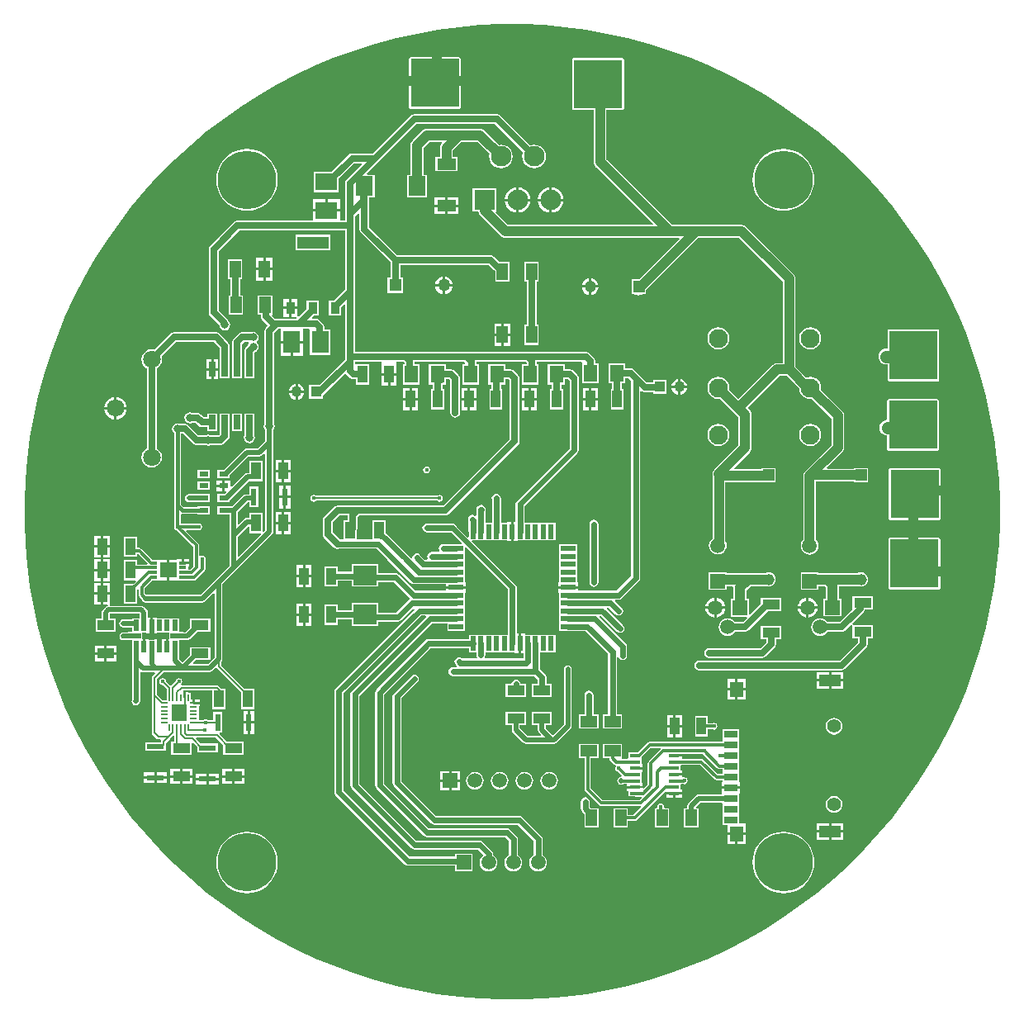
<source format=gtl>
G04*
G04 #@! TF.GenerationSoftware,Altium Limited,Altium Designer,20.0.13 (296)*
G04*
G04 Layer_Physical_Order=1*
G04 Layer_Color=255*
%FSLAX44Y44*%
%MOMM*%
G71*
G01*
G75*
%ADD10C,0.2000*%
%ADD13C,0.4000*%
%ADD17C,0.3000*%
%ADD18R,1.7500X1.0500*%
%ADD19R,1.8200X0.6200*%
%ADD20R,1.1450X0.5500*%
%ADD21R,0.5500X1.1450*%
%ADD22R,0.7500X0.2000*%
%ADD23R,0.2000X0.7500*%
%ADD24R,1.5900X1.7500*%
%ADD25R,1.1500X1.8000*%
%ADD26R,1.0500X1.7500*%
%ADD27R,0.6200X1.8200*%
%ADD28R,1.1500X1.7000*%
%ADD29R,1.8000X2.0500*%
%ADD30R,0.6500X1.5250*%
%ADD31R,1.9300X1.1700*%
%ADD32R,0.9500X0.5500*%
%ADD33R,1.0200X1.7800*%
%ADD34R,0.9500X1.3000*%
%ADD35R,3.2500X1.3000*%
%ADD36R,0.8000X0.3000*%
%ADD37R,1.7500X1.5500*%
%ADD38R,1.8000X2.3000*%
%ADD39R,2.3000X1.8000*%
%ADD40R,1.7000X1.1500*%
%ADD41R,1.1000X0.3000*%
%ADD42R,1.5000X0.6000*%
%ADD43R,0.6000X1.5000*%
%ADD44R,1.4000X1.8000*%
%ADD45R,1.4000X1.6000*%
%ADD46R,2.2000X1.2000*%
%ADD47R,1.4000X0.7000*%
%ADD48R,2.4000X2.0000*%
%ADD105C,0.6000*%
%ADD106C,0.5000*%
%ADD107C,1.0000*%
%ADD108C,0.7000*%
%ADD109C,1.3000*%
%ADD110R,5.0000X5.0000*%
%ADD111C,1.5000*%
%ADD112R,1.5000X1.5000*%
%ADD113C,1.9500*%
%ADD114C,1.5080*%
%ADD115R,1.5080X1.5080*%
%ADD116R,2.1000X2.1000*%
%ADD117C,2.1000*%
%ADD118C,0.8000*%
%ADD119C,1.8000*%
%ADD120R,1.2000X1.2000*%
%ADD121C,1.2000*%
%ADD122R,1.2750X1.2750*%
%ADD123C,1.2750*%
%ADD124R,1.1000X1.1000*%
%ADD125C,1.1000*%
%ADD126C,1.4000*%
%ADD127R,1.1500X1.1500*%
%ADD128C,1.1500*%
%ADD129R,1.5150X1.5150*%
%ADD130C,1.5150*%
%ADD131C,0.5000*%
%ADD132C,0.4000*%
%ADD133C,1.0000*%
%ADD134C,6.0000*%
G36*
X533089Y499048D02*
X554826Y497146D01*
X576460Y494298D01*
X597948Y490509D01*
X619251Y485787D01*
X640328Y480139D01*
X661138Y473578D01*
X681642Y466115D01*
X701801Y457765D01*
X721577Y448543D01*
X740932Y438468D01*
X759828Y427558D01*
X778231Y415834D01*
X796105Y403318D01*
X813416Y390035D01*
X830131Y376009D01*
X846219Y361268D01*
X861648Y345839D01*
X876389Y329751D01*
X890415Y313036D01*
X903698Y295725D01*
X916214Y277851D01*
X927938Y259448D01*
X938848Y240552D01*
X948923Y221197D01*
X958145Y201421D01*
X966495Y181262D01*
X973958Y160758D01*
X980519Y139948D01*
X986167Y118871D01*
X990889Y97568D01*
X994678Y76080D01*
X997526Y54446D01*
X999428Y32709D01*
X1000380Y10910D01*
Y-0D01*
Y-10910D01*
X999428Y-32709D01*
X997526Y-54446D01*
X994678Y-76080D01*
X990889Y-97568D01*
X986167Y-118871D01*
X980519Y-139948D01*
X973958Y-160758D01*
X966495Y-181262D01*
X958145Y-201421D01*
X948923Y-221197D01*
X938848Y-240552D01*
X927938Y-259448D01*
X916214Y-277851D01*
X903698Y-295725D01*
X890415Y-313036D01*
X876389Y-329751D01*
X861648Y-345839D01*
X846219Y-361268D01*
X830131Y-376009D01*
X813416Y-390035D01*
X796105Y-403318D01*
X778231Y-415834D01*
X759828Y-427558D01*
X740932Y-438468D01*
X721577Y-448543D01*
X701801Y-457765D01*
X681642Y-466115D01*
X661138Y-473578D01*
X640328Y-480139D01*
X619251Y-485787D01*
X597948Y-490509D01*
X576460Y-494298D01*
X554826Y-497146D01*
X533089Y-499048D01*
X511290Y-500000D01*
X489470D01*
X467671Y-499048D01*
X445934Y-497146D01*
X424300Y-494298D01*
X402812Y-490509D01*
X381509Y-485787D01*
X360432Y-480139D01*
X339622Y-473578D01*
X319118Y-466115D01*
X298959Y-457765D01*
X279183Y-448543D01*
X259828Y-438468D01*
X240932Y-427558D01*
X222529Y-415834D01*
X204655Y-403318D01*
X187344Y-390035D01*
X170629Y-376009D01*
X154541Y-361268D01*
X139112Y-345839D01*
X124371Y-329751D01*
X110345Y-313036D01*
X97062Y-295725D01*
X84546Y-277851D01*
X72822Y-259448D01*
X61912Y-240552D01*
X51837Y-221197D01*
X42615Y-201421D01*
X34265Y-181262D01*
X26802Y-160758D01*
X20241Y-139948D01*
X14593Y-118871D01*
X9871Y-97568D01*
X6082Y-76080D01*
X3234Y-54446D01*
X1332Y-32709D01*
X380Y-10910D01*
Y0D01*
Y10910D01*
X1332Y32709D01*
X3234Y54446D01*
X6082Y76080D01*
X9871Y97568D01*
X14593Y118871D01*
X20241Y139948D01*
X26802Y160758D01*
X34265Y181262D01*
X42615Y201421D01*
X51837Y221197D01*
X61912Y240552D01*
X72822Y259448D01*
X84546Y277851D01*
X97062Y295725D01*
X110345Y313036D01*
X124371Y329751D01*
X139112Y345839D01*
X154541Y361268D01*
X170629Y376009D01*
X187344Y390035D01*
X204655Y403318D01*
X222529Y415834D01*
X240932Y427558D01*
X259828Y438468D01*
X279183Y448543D01*
X298959Y457765D01*
X319118Y466115D01*
X339622Y473578D01*
X360432Y480139D01*
X381509Y485787D01*
X402812Y490509D01*
X424300Y494298D01*
X445934Y497146D01*
X467671Y499048D01*
X489470Y500000D01*
X511290D01*
X533089Y499048D01*
D02*
G37*
%LPC*%
G36*
X446240Y466444D02*
X396240D01*
X395092Y465968D01*
X394616Y464820D01*
Y414820D01*
X395092Y413672D01*
X396240Y413196D01*
X446240D01*
X447388Y413672D01*
X447864Y414820D01*
Y464820D01*
X447388Y465968D01*
X446240Y466444D01*
D02*
G37*
G36*
X484850Y407688D02*
X400050D01*
X398099Y407300D01*
X396445Y406195D01*
X357933Y367683D01*
X336615D01*
X334664Y367295D01*
X333010Y366190D01*
X315670Y348850D01*
X296880D01*
Y327850D01*
X322880D01*
Y341640D01*
X338727Y357487D01*
X346078D01*
X346564Y356314D01*
X330405Y340155D01*
X329300Y338501D01*
X328912Y336550D01*
Y305291D01*
Y298468D01*
X323920D01*
Y308080D01*
X295840D01*
Y298468D01*
X218440D01*
X216489Y298080D01*
X214835Y296975D01*
X190705Y272845D01*
X189600Y271191D01*
X189212Y269240D01*
Y204470D01*
X189600Y202519D01*
X190705Y200865D01*
X200215Y191356D01*
X200559Y189624D01*
X201775Y187805D01*
X203594Y186589D01*
X205740Y186162D01*
X207886Y186589D01*
X209705Y187805D01*
X210921Y189624D01*
X211348Y191770D01*
X210921Y193916D01*
X209705Y195735D01*
X209220Y196060D01*
X209180Y196261D01*
X208075Y197915D01*
X199408Y206582D01*
Y267128D01*
X220552Y288272D01*
X328912D01*
Y228132D01*
X317850Y217070D01*
X312560D01*
Y201070D01*
X325060D01*
Y209860D01*
X327739Y212539D01*
X328912Y212053D01*
Y158750D01*
Y156102D01*
X303000Y130190D01*
X292400D01*
Y116190D01*
X306400D01*
Y119308D01*
X306815Y119585D01*
X329012Y141783D01*
X330276Y141658D01*
X330405Y141466D01*
X334506Y137365D01*
X336160Y136260D01*
X338111Y135872D01*
X340280D01*
Y130570D01*
X353480D01*
Y151370D01*
X340280D01*
Y151370D01*
X339108Y151607D01*
Y153652D01*
X366772D01*
X366840Y152410D01*
X366840Y152382D01*
Y142240D01*
X374480D01*
X382120D01*
Y152382D01*
X382120Y152410D01*
X382187Y153652D01*
X389048D01*
X389960Y152740D01*
X389675Y151470D01*
X388210D01*
Y130470D01*
X405210D01*
Y151470D01*
X400359D01*
Y153652D01*
X451278D01*
X452190Y152740D01*
X451664Y151470D01*
X449170D01*
Y130470D01*
X466170D01*
Y151470D01*
X463568D01*
Y153652D01*
X514778D01*
X515690Y152740D01*
X515405Y151470D01*
X510130D01*
Y130470D01*
X527130D01*
Y151470D01*
X526088D01*
Y153652D01*
X571496D01*
X572360Y152740D01*
Y131740D01*
X589360D01*
Y152740D01*
X585779D01*
Y154649D01*
X585390Y156600D01*
X584285Y158254D01*
X580185Y162355D01*
X578531Y163460D01*
X576580Y163848D01*
X339108D01*
Y226020D01*
Y293370D01*
Y303180D01*
X342649Y306720D01*
X343822Y306234D01*
Y289890D01*
X344210Y287939D01*
X345315Y286285D01*
X375432Y256168D01*
Y240285D01*
X372655D01*
Y224535D01*
X388405D01*
Y240285D01*
X385628D01*
Y253182D01*
X476208D01*
X481615Y247775D01*
X482970Y246870D01*
Y236380D01*
X497470D01*
Y256380D01*
X488462D01*
X487970Y256478D01*
X487332D01*
X481925Y261885D01*
X480271Y262990D01*
X478320Y263378D01*
X382642D01*
X354018Y292002D01*
Y322260D01*
X359420D01*
Y345760D01*
X352089D01*
X351603Y346933D01*
X363650Y358980D01*
X402162Y397492D01*
X482738D01*
X511654Y368577D01*
X511259Y367623D01*
X510846Y364490D01*
X511259Y361357D01*
X512468Y358438D01*
X514392Y355932D01*
X516898Y354008D01*
X519817Y352799D01*
X522950Y352386D01*
X526083Y352799D01*
X529002Y354008D01*
X531508Y355932D01*
X533432Y358438D01*
X534641Y361357D01*
X535054Y364490D01*
X534641Y367623D01*
X533432Y370542D01*
X531508Y373049D01*
X529002Y374972D01*
X526083Y376181D01*
X522950Y376594D01*
X519817Y376181D01*
X518864Y375786D01*
X488455Y406195D01*
X486801Y407300D01*
X484850Y407688D01*
D02*
G37*
G36*
X467360Y392636D02*
X412750D01*
X411053Y392413D01*
X409472Y391758D01*
X408114Y390716D01*
X398284Y380886D01*
X397242Y379528D01*
X396587Y377947D01*
X396364Y376250D01*
Y345760D01*
X392420D01*
Y322260D01*
X413420D01*
Y345760D01*
X409476D01*
Y373534D01*
X415466Y379524D01*
X428283D01*
X428769Y378351D01*
X428434Y378016D01*
X427392Y376658D01*
X426737Y375077D01*
X426514Y373380D01*
Y363880D01*
X421920D01*
Y349180D01*
X444220D01*
Y363880D01*
X439626D01*
Y370664D01*
X448486Y379524D01*
X464644D01*
X477176Y366992D01*
X476846Y364490D01*
X477259Y361357D01*
X478468Y358438D01*
X480392Y355932D01*
X482898Y354008D01*
X485817Y352799D01*
X488950Y352386D01*
X492083Y352799D01*
X495002Y354008D01*
X497509Y355932D01*
X499432Y358438D01*
X500641Y361357D01*
X501054Y364490D01*
X500641Y367623D01*
X499432Y370542D01*
X497509Y373049D01*
X495002Y374972D01*
X492083Y376181D01*
X488950Y376594D01*
X486448Y376264D01*
X471996Y390716D01*
X470638Y391758D01*
X469057Y392413D01*
X467360Y392636D01*
D02*
G37*
G36*
X541220Y332875D02*
Y321160D01*
X552935D01*
X552654Y323294D01*
X551340Y326466D01*
X549250Y329190D01*
X546526Y331280D01*
X543354Y332594D01*
X541220Y332875D01*
D02*
G37*
G36*
X538680D02*
X536546Y332594D01*
X533374Y331280D01*
X530650Y329190D01*
X528560Y326466D01*
X527246Y323294D01*
X526965Y321160D01*
X538680D01*
Y332875D01*
D02*
G37*
G36*
X507220D02*
Y321160D01*
X518935D01*
X518654Y323294D01*
X517340Y326466D01*
X515250Y329190D01*
X512526Y331280D01*
X509354Y332594D01*
X507220Y332875D01*
D02*
G37*
G36*
X504680D02*
X502546Y332594D01*
X499374Y331280D01*
X496650Y329190D01*
X494560Y326466D01*
X493246Y323294D01*
X492965Y321160D01*
X504680D01*
Y332875D01*
D02*
G37*
G36*
X445260Y322420D02*
X434340D01*
Y315300D01*
X445260D01*
Y322420D01*
D02*
G37*
G36*
X431800D02*
X420880D01*
Y315300D01*
X431800D01*
Y322420D01*
D02*
G37*
G36*
X323920Y320890D02*
X311150D01*
Y310620D01*
X323920D01*
Y320890D01*
D02*
G37*
G36*
X308610D02*
X295840D01*
Y310620D01*
X308610D01*
Y320890D01*
D02*
G37*
G36*
X778600Y372187D02*
X773657Y371798D01*
X768836Y370641D01*
X764255Y368744D01*
X760027Y366153D01*
X756257Y362933D01*
X753037Y359162D01*
X750446Y354935D01*
X748549Y350354D01*
X747392Y345533D01*
X747003Y340590D01*
X747392Y335647D01*
X748549Y330826D01*
X750446Y326245D01*
X753037Y322018D01*
X756257Y318247D01*
X760027Y315027D01*
X764255Y312437D01*
X768836Y310539D01*
X773657Y309382D01*
X778600Y308993D01*
X783543Y309382D01*
X788364Y310539D01*
X792945Y312437D01*
X797172Y315027D01*
X800943Y318247D01*
X804163Y322018D01*
X806753Y326245D01*
X808651Y330826D01*
X809808Y335647D01*
X810197Y340590D01*
X809808Y345533D01*
X808651Y350354D01*
X806753Y354935D01*
X804163Y359162D01*
X800943Y362933D01*
X797172Y366153D01*
X792945Y368744D01*
X788364Y370641D01*
X783543Y371798D01*
X778600Y372187D01*
D02*
G37*
G36*
X228600D02*
X223657Y371798D01*
X218836Y370641D01*
X214255Y368744D01*
X210028Y366153D01*
X206257Y362933D01*
X203037Y359162D01*
X200446Y354935D01*
X198549Y350354D01*
X197392Y345533D01*
X197003Y340590D01*
X197392Y335647D01*
X198549Y330826D01*
X200446Y326245D01*
X203037Y322018D01*
X206257Y318247D01*
X210028Y315027D01*
X214255Y312437D01*
X218836Y310539D01*
X223657Y309382D01*
X228600Y308993D01*
X233543Y309382D01*
X238364Y310539D01*
X242945Y312437D01*
X247173Y315027D01*
X250943Y318247D01*
X254163Y322018D01*
X256754Y326245D01*
X258651Y330826D01*
X259808Y335647D01*
X260197Y340590D01*
X259808Y345533D01*
X258651Y350354D01*
X256754Y354935D01*
X254163Y359162D01*
X250943Y362933D01*
X247173Y366153D01*
X242945Y368744D01*
X238364Y370641D01*
X233543Y371798D01*
X228600Y372187D01*
D02*
G37*
G36*
X552935Y318620D02*
X541220D01*
Y306905D01*
X543354Y307186D01*
X546526Y308500D01*
X549250Y310590D01*
X551340Y313314D01*
X552654Y316486D01*
X552935Y318620D01*
D02*
G37*
G36*
X538680D02*
X526965D01*
X527246Y316486D01*
X528560Y313314D01*
X530650Y310590D01*
X533374Y308500D01*
X536546Y307186D01*
X538680Y306905D01*
Y318620D01*
D02*
G37*
G36*
X518935D02*
X507220D01*
Y306905D01*
X509354Y307186D01*
X512526Y308500D01*
X515250Y310590D01*
X517340Y313314D01*
X518654Y316486D01*
X518935Y318620D01*
D02*
G37*
G36*
X504680D02*
X492965D01*
X493246Y316486D01*
X494560Y313314D01*
X496650Y310590D01*
X499374Y308500D01*
X502546Y307186D01*
X504680Y306905D01*
Y318620D01*
D02*
G37*
G36*
X445260Y312760D02*
X434340D01*
Y305640D01*
X445260D01*
Y312760D01*
D02*
G37*
G36*
X431800D02*
X420880D01*
Y305640D01*
X431800D01*
Y312760D01*
D02*
G37*
G36*
X613410Y465174D02*
X563410D01*
X562262Y464698D01*
X561786Y463550D01*
Y413550D01*
X562262Y412402D01*
X563410Y411926D01*
X583994D01*
Y358775D01*
X584217Y357078D01*
X584872Y355497D01*
X585914Y354139D01*
X644669Y295384D01*
X644183Y294211D01*
X496111D01*
X483505Y306816D01*
X483950Y307890D01*
X483950D01*
Y331890D01*
X459950D01*
Y307890D01*
X465979D01*
X466107Y306913D01*
X466762Y305332D01*
X467804Y303974D01*
X488759Y283019D01*
X490117Y281977D01*
X491698Y281322D01*
X493395Y281099D01*
X671488D01*
X671974Y279926D01*
X630688Y238640D01*
X622890D01*
Y223640D01*
X625707D01*
X626642Y222922D01*
X628223Y222267D01*
X629920Y222044D01*
X631617Y222267D01*
X633198Y222922D01*
X634133Y223640D01*
X637890D01*
Y227298D01*
X691691Y281099D01*
X733249D01*
X777932Y236416D01*
Y152606D01*
X772160D01*
X770463Y152383D01*
X768882Y151728D01*
X767524Y150686D01*
X732625Y115787D01*
X722998Y125414D01*
X723240Y127248D01*
X722853Y130185D01*
X721719Y132921D01*
X719916Y135272D01*
X717566Y137075D01*
X714829Y138208D01*
X711892Y138595D01*
X708956Y138208D01*
X706219Y137075D01*
X703869Y135272D01*
X702066Y132921D01*
X700932Y130185D01*
X700545Y127248D01*
X700932Y124311D01*
X702066Y121574D01*
X703869Y119224D01*
X706219Y117421D01*
X708956Y116288D01*
X711892Y115901D01*
X713726Y116142D01*
X727989Y101880D01*
X727989Y101879D01*
X727990Y101879D01*
X732584Y97285D01*
Y68385D01*
X707598Y43399D01*
X706556Y42041D01*
X705901Y40460D01*
X705678Y38763D01*
X705901Y37066D01*
X705914Y37035D01*
Y-27144D01*
X704805Y-27995D01*
X703356Y-29883D01*
X702445Y-32082D01*
X702134Y-34442D01*
X702445Y-36802D01*
X703356Y-39001D01*
X704805Y-40889D01*
X706693Y-42338D01*
X708893Y-43249D01*
X711252Y-43560D01*
X713612Y-43249D01*
X715811Y-42338D01*
X717700Y-40889D01*
X719149Y-39001D01*
X720060Y-36802D01*
X720370Y-34442D01*
X720060Y-32082D01*
X719149Y-29883D01*
X719016Y-29710D01*
X719026Y-29632D01*
Y30689D01*
X756174D01*
Y30654D01*
X770674D01*
Y45154D01*
X756174D01*
Y43801D01*
X728202D01*
X727716Y44974D01*
X743776Y61034D01*
X744818Y62392D01*
X745473Y63973D01*
X745696Y65670D01*
Y100000D01*
X745473Y101697D01*
X744818Y103279D01*
X743776Y104636D01*
X741897Y106515D01*
X774876Y139494D01*
X781773D01*
X794719Y126547D01*
X795031Y124181D01*
X796165Y121444D01*
X797968Y119094D01*
X800318Y117291D01*
X803055Y116157D01*
X805992Y115770D01*
X807825Y116012D01*
X827834Y96003D01*
Y68756D01*
X800716Y41637D01*
X799674Y40279D01*
X799019Y38698D01*
X798795Y37002D01*
Y-28267D01*
X797455Y-30013D01*
X796544Y-32213D01*
X796234Y-34573D01*
X796544Y-36932D01*
X797455Y-39132D01*
X798904Y-41020D01*
X800792Y-42469D01*
X802992Y-43380D01*
X805351Y-43691D01*
X807711Y-43380D01*
X809911Y-42469D01*
X811799Y-41020D01*
X813248Y-39132D01*
X814159Y-36932D01*
X814470Y-34573D01*
X814159Y-32213D01*
X813248Y-30013D01*
X811908Y-28267D01*
Y31114D01*
X850912D01*
Y30420D01*
X865412D01*
Y44920D01*
X850912D01*
Y44226D01*
X823507D01*
X823021Y45400D01*
X839026Y61404D01*
X840068Y62762D01*
X840723Y64343D01*
X840946Y66040D01*
Y98719D01*
X840723Y100416D01*
X840068Y101997D01*
X839026Y103355D01*
X817097Y125283D01*
X817339Y127118D01*
X816952Y130054D01*
X815818Y132791D01*
X814015Y135141D01*
X811665Y136944D01*
X808928Y138078D01*
X805992Y138465D01*
X803055Y138078D01*
X802119Y137691D01*
X791044Y148766D01*
Y239132D01*
X790821Y240828D01*
X790166Y242410D01*
X789124Y243768D01*
X740601Y292291D01*
X739243Y293333D01*
X737662Y293988D01*
X735965Y294211D01*
X664386D01*
X597106Y361491D01*
Y411926D01*
X613410D01*
X614558Y412402D01*
X615034Y413550D01*
Y463550D01*
X614558Y464698D01*
X613410Y465174D01*
D02*
G37*
G36*
X313660Y284070D02*
X278160D01*
Y268070D01*
X313660D01*
Y284070D01*
D02*
G37*
G36*
X254670Y260460D02*
X247650D01*
Y250190D01*
X254670D01*
Y260460D01*
D02*
G37*
G36*
X245110D02*
X238090D01*
Y250190D01*
X245110D01*
Y260460D01*
D02*
G37*
G36*
X254670Y247650D02*
X247650D01*
Y237380D01*
X254670D01*
Y247650D01*
D02*
G37*
G36*
X245110D02*
X238090D01*
Y237380D01*
X245110D01*
Y247650D01*
D02*
G37*
G36*
X431800Y241235D02*
Y233680D01*
X439355D01*
X439216Y234737D01*
X438317Y236906D01*
X436888Y238768D01*
X435026Y240197D01*
X432857Y241096D01*
X431800Y241235D01*
D02*
G37*
G36*
X429260D02*
X428203Y241096D01*
X426034Y240197D01*
X424172Y238768D01*
X422743Y236906D01*
X421844Y234737D01*
X421705Y233680D01*
X429260D01*
Y241235D01*
D02*
G37*
G36*
X581660Y239587D02*
Y232410D01*
X588837D01*
X588710Y233369D01*
X587850Y235447D01*
X586481Y237231D01*
X584697Y238600D01*
X582619Y239460D01*
X581660Y239587D01*
D02*
G37*
G36*
X579120D02*
X578161Y239460D01*
X576083Y238600D01*
X574299Y237231D01*
X572930Y235447D01*
X572070Y233369D01*
X571944Y232410D01*
X579120D01*
Y239587D01*
D02*
G37*
G36*
X439355Y231140D02*
X431800D01*
Y223585D01*
X432857Y223724D01*
X435026Y224623D01*
X436888Y226052D01*
X438317Y227914D01*
X439216Y230083D01*
X439355Y231140D01*
D02*
G37*
G36*
X429260D02*
X421705D01*
X421844Y230083D01*
X422743Y227914D01*
X424172Y226052D01*
X426034Y224623D01*
X428203Y223724D01*
X429260Y223585D01*
Y231140D01*
D02*
G37*
G36*
X588837Y229870D02*
X581660D01*
Y222694D01*
X582619Y222820D01*
X584697Y223680D01*
X586481Y225049D01*
X587850Y226833D01*
X588710Y228911D01*
X588837Y229870D01*
D02*
G37*
G36*
X579120D02*
X571944D01*
X572070Y228911D01*
X572930Y226833D01*
X574299Y225049D01*
X576083Y223680D01*
X578161Y222820D01*
X579120Y222694D01*
Y229870D01*
D02*
G37*
G36*
X280300Y218110D02*
X274280D01*
Y210340D01*
X280300D01*
Y218110D01*
D02*
G37*
G36*
X271740D02*
X265720D01*
Y210340D01*
X271740D01*
Y218110D01*
D02*
G37*
G36*
X223630Y259420D02*
X209130D01*
Y238420D01*
X211677D01*
Y222090D01*
X209920D01*
Y202090D01*
X224420D01*
Y222090D01*
X221873D01*
Y238420D01*
X223630D01*
Y259420D01*
D02*
G37*
G36*
X271740Y207800D02*
X265720D01*
Y200030D01*
X271740D01*
Y207800D01*
D02*
G37*
G36*
X498750Y193150D02*
X491730D01*
Y182880D01*
X498750D01*
Y193150D01*
D02*
G37*
G36*
X489190D02*
X482170D01*
Y182880D01*
X489190D01*
Y193150D01*
D02*
G37*
G36*
X527470Y256380D02*
X512970D01*
Y236380D01*
X515242D01*
Y192110D01*
X513210D01*
Y171110D01*
X527710D01*
Y192110D01*
X525438D01*
Y236380D01*
X527470D01*
Y256380D01*
D02*
G37*
G36*
X498750Y180340D02*
X491730D01*
Y170070D01*
X498750D01*
Y180340D01*
D02*
G37*
G36*
X489190D02*
X482170D01*
Y170070D01*
X489190D01*
Y180340D01*
D02*
G37*
G36*
X711892Y189395D02*
X708956Y189008D01*
X706219Y187875D01*
X703869Y186072D01*
X702066Y183722D01*
X700932Y180985D01*
X700545Y178048D01*
X700932Y175111D01*
X702066Y172374D01*
X703869Y170024D01*
X706219Y168221D01*
X708956Y167088D01*
X711892Y166701D01*
X714829Y167088D01*
X717566Y168221D01*
X719916Y170024D01*
X721719Y172374D01*
X722853Y175111D01*
X723240Y178048D01*
X722853Y180985D01*
X721719Y183722D01*
X719916Y186072D01*
X717566Y187875D01*
X714829Y189008D01*
X711892Y189395D01*
D02*
G37*
G36*
X805992Y189265D02*
X803055Y188878D01*
X800318Y187744D01*
X797968Y185941D01*
X796165Y183591D01*
X795031Y180854D01*
X794644Y177917D01*
X795031Y174981D01*
X796165Y172244D01*
X797968Y169894D01*
X800318Y168091D01*
X803055Y166957D01*
X805992Y166570D01*
X808928Y166957D01*
X811665Y168091D01*
X814015Y169894D01*
X815818Y172244D01*
X816952Y174981D01*
X817339Y177917D01*
X816952Y180854D01*
X815818Y183591D01*
X814015Y185941D01*
X811665Y187744D01*
X808928Y188878D01*
X805992Y189265D01*
D02*
G37*
G36*
X254420Y222090D02*
X239920D01*
Y202090D01*
X242552D01*
Y200660D01*
X242940Y198709D01*
X244045Y197055D01*
X249965Y191135D01*
X247855Y189025D01*
X246750Y187371D01*
X246362Y185420D01*
Y89900D01*
X246279Y89776D01*
X245852Y87630D01*
X246279Y85484D01*
X247382Y83834D01*
Y72809D01*
X239611Y65038D01*
X228440D01*
X228440Y65038D01*
X226879Y64728D01*
X225556Y63844D01*
X205132Y43420D01*
X198400D01*
Y34920D01*
X210900D01*
Y37652D01*
X230129Y56882D01*
X241300D01*
X241300Y56882D01*
X242861Y57192D01*
X244184Y58076D01*
X246208Y60101D01*
X247382Y59615D01*
Y-18631D01*
X245603Y-20409D01*
X244430Y-19923D01*
Y-1030D01*
X231230D01*
Y-6082D01*
X228600D01*
X227039Y-6392D01*
X225716Y-7276D01*
X225716Y-7276D01*
X220282Y-12711D01*
X219108Y-12225D01*
Y-19D01*
X229019Y9892D01*
X230860D01*
Y4640D01*
X240060D01*
Y25840D01*
X230860D01*
Y18048D01*
X227330D01*
X227330Y18048D01*
X225769Y17738D01*
X224446Y16854D01*
X224446Y16854D01*
X213341Y5748D01*
X210900D01*
Y5920D01*
X198400D01*
Y-2580D01*
X210900D01*
X210952Y-3829D01*
Y-23730D01*
X210952Y-23730D01*
X210952Y-23730D01*
Y-55061D01*
X196506Y-69506D01*
X196506Y-69506D01*
X181191Y-84822D01*
X124978D01*
X123709Y-83552D01*
Y-78157D01*
X131617Y-70249D01*
X132850D01*
X133146Y-70190D01*
X138350D01*
Y-69980D01*
X146580D01*
Y-59690D01*
Y-49400D01*
X138350D01*
Y-49190D01*
X133146D01*
X132850Y-49131D01*
X131617D01*
X120273Y-37787D01*
X119281Y-37124D01*
X118110Y-36891D01*
X118110Y-36891D01*
X115760D01*
Y-25310D01*
X102260D01*
Y-45810D01*
X115760D01*
Y-43460D01*
X117030Y-43196D01*
X126695Y-52861D01*
X126169Y-54131D01*
X115760D01*
Y-49440D01*
X102260D01*
Y-69940D01*
X114438D01*
X114964Y-71210D01*
X112639Y-73535D01*
X112464Y-73570D01*
X102260D01*
Y-94070D01*
X115760D01*
Y-79409D01*
X116321Y-79005D01*
X117591Y-79656D01*
Y-84819D01*
X117591Y-84819D01*
X117824Y-85990D01*
X118487Y-86982D01*
X120386Y-88881D01*
X120382Y-88900D01*
X120692Y-90461D01*
X121576Y-91784D01*
X122899Y-92668D01*
X124460Y-92978D01*
X182880D01*
X182880Y-92978D01*
X184441Y-92668D01*
X185764Y-91784D01*
X194138Y-83409D01*
X195312Y-83895D01*
Y-149441D01*
X188811Y-155942D01*
X173907D01*
X173421Y-154768D01*
X176168Y-152022D01*
X190900D01*
Y-138522D01*
X170400D01*
Y-146254D01*
X162402Y-154252D01*
X158888Y-150739D01*
Y-145655D01*
X159060D01*
Y-131705D01*
X163010D01*
Y-131533D01*
X167185D01*
X167185Y-131533D01*
X168746Y-131223D01*
X170069Y-130339D01*
X177386Y-123022D01*
X190900D01*
Y-109522D01*
X170400D01*
Y-118472D01*
X165496Y-123377D01*
X163010D01*
Y-123205D01*
X159060D01*
Y-109255D01*
X136100D01*
Y-108215D01*
X132080D01*
Y-116480D01*
Y-124745D01*
X136100D01*
Y-123705D01*
X148560D01*
Y-130165D01*
X148080D01*
Y-138430D01*
X145540D01*
Y-130165D01*
X140080D01*
Y-138430D01*
X137540D01*
Y-130165D01*
X133520D01*
Y-131205D01*
X128100D01*
Y-130165D01*
X124080D01*
Y-138430D01*
X121540D01*
Y-130165D01*
X121060D01*
Y-123705D01*
X125520D01*
Y-124745D01*
X129540D01*
Y-116480D01*
Y-108215D01*
X126888D01*
Y-103259D01*
X126578Y-101698D01*
X125694Y-100375D01*
X125694Y-100375D01*
X122765Y-97446D01*
X121442Y-96562D01*
X119881Y-96252D01*
X119881Y-96252D01*
X88110D01*
X87800Y-95110D01*
X87800Y-94982D01*
Y-85090D01*
X81280D01*
Y-95110D01*
X85828D01*
X85954Y-96380D01*
X85038Y-96562D01*
X83715Y-97446D01*
X83715Y-97446D01*
X80786Y-100375D01*
X79902Y-101698D01*
X79591Y-103259D01*
X79591Y-103259D01*
Y-109522D01*
X73420D01*
Y-123022D01*
X93920D01*
Y-109522D01*
X87748D01*
Y-104948D01*
X88288Y-104408D01*
X118192D01*
X118732Y-104948D01*
Y-109255D01*
X110560D01*
Y-110222D01*
X101600D01*
X100039Y-110532D01*
X98716Y-111416D01*
X97832Y-112739D01*
X97522Y-114300D01*
X97832Y-115861D01*
X98716Y-117184D01*
X100039Y-118068D01*
X101600Y-118378D01*
X110560D01*
Y-123205D01*
X106610D01*
Y-123377D01*
X101889D01*
X100328Y-123687D01*
X99005Y-124571D01*
X98121Y-125894D01*
X97810Y-127455D01*
X98121Y-129016D01*
X98212Y-129152D01*
X98220Y-129192D01*
X98994Y-130350D01*
X100151Y-131124D01*
X100191Y-131131D01*
X100328Y-131223D01*
X101889Y-131533D01*
X106610D01*
Y-131705D01*
X110560D01*
Y-145655D01*
X110732D01*
Y-152910D01*
X110732Y-152910D01*
X110732Y-152910D01*
Y-192451D01*
X110532Y-192749D01*
X110222Y-194310D01*
X110532Y-195871D01*
X111416Y-197194D01*
X112739Y-198078D01*
X114300Y-198388D01*
X115861Y-198078D01*
X117184Y-197194D01*
X117439Y-196939D01*
X117439Y-196939D01*
X117694Y-196684D01*
X117694Y-196684D01*
X118578Y-195361D01*
X118888Y-193800D01*
Y-164333D01*
X120158Y-163654D01*
X120359Y-163788D01*
X121920Y-164098D01*
X134031D01*
X134557Y-165368D01*
X131548Y-168378D01*
X130995Y-169205D01*
X130801Y-170180D01*
Y-188090D01*
Y-226060D01*
X130995Y-227036D01*
X131548Y-227862D01*
X136255Y-232570D01*
X137082Y-233122D01*
X138057Y-233316D01*
X139778D01*
X140456Y-234586D01*
X140281Y-234849D01*
X140086Y-235825D01*
Y-235940D01*
X124020D01*
Y-245140D01*
X145220D01*
Y-236845D01*
X149495Y-232570D01*
X153028Y-229037D01*
X154201Y-229523D01*
Y-235290D01*
X151040D01*
Y-248790D01*
X171540D01*
Y-236791D01*
X172810Y-236265D01*
X177360Y-240815D01*
Y-246410D01*
X198560D01*
Y-237210D01*
X180965D01*
X176077Y-232322D01*
X176563Y-231149D01*
X196634D01*
X204380Y-238895D01*
Y-248790D01*
X224880D01*
Y-235290D01*
X207985D01*
X200465Y-227770D01*
X200991Y-226500D01*
X203230D01*
Y-205300D01*
X194030D01*
Y-213191D01*
X188675D01*
X187556Y-212443D01*
X186190Y-212171D01*
X184824Y-212443D01*
X183705Y-213191D01*
X179000D01*
Y-199280D01*
X180040D01*
Y-197010D01*
X173750D01*
Y-195740D01*
X172480D01*
Y-192200D01*
X171250D01*
Y-185490D01*
X168290D01*
Y-184450D01*
X166020D01*
Y-190740D01*
X163480D01*
Y-183864D01*
X163114Y-183180D01*
X163309Y-182889D01*
X193380D01*
Y-202020D01*
X206880D01*
Y-181520D01*
X202758D01*
X202462Y-181078D01*
X199922Y-178538D01*
X199095Y-177985D01*
X198120Y-177791D01*
X161647D01*
X161216Y-176552D01*
X161273Y-176513D01*
X162047Y-175356D01*
X162319Y-173990D01*
X162047Y-172624D01*
X161273Y-171467D01*
X160116Y-170693D01*
X158750Y-170421D01*
X157384Y-170693D01*
X156227Y-171467D01*
X155453Y-172624D01*
X155190Y-173945D01*
X151393Y-177742D01*
X149984Y-177906D01*
X149669Y-177815D01*
X145800Y-173945D01*
X145537Y-172624D01*
X144763Y-171467D01*
X143606Y-170693D01*
X142240Y-170421D01*
X140874Y-170693D01*
X139717Y-171467D01*
X138943Y-172624D01*
X138671Y-173990D01*
X138943Y-175356D01*
X139717Y-176513D01*
X140874Y-177287D01*
X142195Y-177550D01*
X146201Y-181556D01*
Y-190740D01*
X146250Y-190986D01*
Y-193240D01*
X143996D01*
X143750Y-193191D01*
X142056D01*
X135899Y-187034D01*
Y-171236D01*
X143036Y-164098D01*
X162402D01*
X162402Y-164098D01*
X162402Y-164098D01*
X190500D01*
X190500Y-164098D01*
X192061Y-163788D01*
X193384Y-162904D01*
X196018Y-160270D01*
X197538Y-160330D01*
X197670Y-160414D01*
X222380Y-185125D01*
Y-202020D01*
X235880D01*
Y-181520D01*
X225985D01*
X201939Y-157474D01*
Y-154349D01*
X202274Y-154014D01*
X203158Y-152691D01*
X203468Y-151130D01*
X203342Y-150495D01*
X203468Y-149860D01*
Y-74079D01*
X217914Y-59634D01*
X217914Y-59634D01*
X254344Y-23204D01*
X254344Y-23204D01*
X255228Y-21881D01*
X255538Y-20320D01*
X255538Y-20320D01*
Y71120D01*
Y83834D01*
X256641Y85484D01*
X257068Y87630D01*
X256641Y89776D01*
X256558Y89900D01*
Y183308D01*
X261192Y187942D01*
X262990D01*
Y175260D01*
X274530D01*
X286070D01*
Y187942D01*
X292262D01*
X293030Y186990D01*
Y160990D01*
X314030D01*
Y186990D01*
X307914D01*
Y189653D01*
X307526Y191604D01*
X306421Y193258D01*
X303034Y196645D01*
X301380Y197750D01*
X299429Y198138D01*
X295597D01*
X295111Y199311D01*
X296870Y201070D01*
X302160D01*
Y217070D01*
X289660D01*
Y208280D01*
X281570Y200190D01*
X280300Y200716D01*
X280300Y201004D01*
X280300Y201004D01*
X280300Y201016D01*
Y207800D01*
X274280D01*
Y200030D01*
X278981D01*
X279482Y199255D01*
X279582Y198760D01*
X279103Y198138D01*
X257382D01*
X254130Y201390D01*
X254420Y202090D01*
X254420D01*
Y222090D01*
D02*
G37*
G36*
X286070Y172720D02*
X275800D01*
Y159950D01*
X286070D01*
Y172720D01*
D02*
G37*
G36*
X273260D02*
X262990D01*
Y159950D01*
X273260D01*
Y172720D01*
D02*
G37*
G36*
X198830Y156215D02*
X194310D01*
Y147320D01*
X198830D01*
Y156215D01*
D02*
G37*
G36*
X191770D02*
X187250D01*
Y147320D01*
X191770D01*
Y156215D01*
D02*
G37*
G36*
X234950Y184678D02*
X232804Y184251D01*
X232680Y184168D01*
X223520D01*
X221569Y183780D01*
X219915Y182675D01*
X214835Y177595D01*
X213730Y175941D01*
X213342Y173990D01*
Y146050D01*
X213690Y144301D01*
Y136925D01*
X223190D01*
Y144301D01*
X223538Y146050D01*
Y171878D01*
X225632Y173972D01*
X229883D01*
X230562Y172702D01*
X229769Y171516D01*
X229673Y171032D01*
X227535Y168894D01*
X226430Y167240D01*
X226042Y165289D01*
Y146050D01*
X226390Y144301D01*
Y136925D01*
X235890D01*
Y144301D01*
X236238Y146050D01*
Y163178D01*
X237558Y164498D01*
X238915Y165405D01*
X240131Y167224D01*
X240558Y169370D01*
X240131Y171516D01*
X238915Y173335D01*
X238542Y173585D01*
Y174855D01*
X238915Y175105D01*
X240131Y176924D01*
X240558Y179070D01*
X240131Y181216D01*
X238915Y183035D01*
X237096Y184251D01*
X234950Y184678D01*
D02*
G37*
G36*
X196850Y184168D02*
X153670D01*
X151719Y183780D01*
X150065Y182675D01*
X133748Y166358D01*
X133551Y166440D01*
X130810Y166801D01*
X128069Y166440D01*
X125515Y165382D01*
X123321Y163699D01*
X121638Y161505D01*
X120580Y158951D01*
X120219Y156210D01*
X120580Y153469D01*
X121638Y150915D01*
X123321Y148721D01*
X125515Y147038D01*
X125712Y146957D01*
Y65463D01*
X125515Y65382D01*
X123321Y63699D01*
X121638Y61505D01*
X120580Y58951D01*
X120219Y56210D01*
X120580Y53469D01*
X121638Y50915D01*
X123321Y48721D01*
X125515Y47038D01*
X128069Y45980D01*
X130810Y45619D01*
X133551Y45980D01*
X136105Y47038D01*
X138299Y48721D01*
X139982Y50915D01*
X141040Y53469D01*
X141401Y56210D01*
X141040Y58951D01*
X139982Y61505D01*
X138299Y63699D01*
X136105Y65382D01*
X135908Y65463D01*
Y146957D01*
X136105Y147038D01*
X138299Y148721D01*
X139982Y150915D01*
X141040Y153469D01*
X141401Y156210D01*
X141040Y158951D01*
X140958Y159148D01*
X155782Y173972D01*
X194738D01*
X200642Y168068D01*
Y146050D01*
X200990Y144301D01*
Y136925D01*
X210490D01*
Y144301D01*
X210838Y146050D01*
Y170180D01*
X210450Y172131D01*
X209345Y173785D01*
X200455Y182675D01*
X198801Y183780D01*
X196850Y184168D01*
D02*
G37*
G36*
X198830Y144780D02*
X194310D01*
Y135885D01*
X198830D01*
Y144780D01*
D02*
G37*
G36*
X191770D02*
X187250D01*
Y135885D01*
X191770D01*
Y144780D01*
D02*
G37*
G36*
X936814Y187232D02*
X886814D01*
X885666Y186756D01*
X885191Y185608D01*
Y167533D01*
X883975D01*
X881886Y167258D01*
X879940Y166452D01*
X878269Y165169D01*
X876987Y163498D01*
X876181Y161552D01*
X875906Y159464D01*
X876181Y157375D01*
X876987Y155429D01*
X878269Y153758D01*
X879940Y152476D01*
X881886Y151670D01*
X883975Y151395D01*
X885191D01*
Y135608D01*
X885666Y134460D01*
X886814Y133985D01*
X936814D01*
X937962Y134460D01*
X938438Y135608D01*
Y185608D01*
X937962Y186756D01*
X936814Y187232D01*
D02*
G37*
G36*
X673100Y136212D02*
Y129540D01*
X679772D01*
X679663Y130369D01*
X678853Y132325D01*
X677564Y134004D01*
X675885Y135293D01*
X673929Y136103D01*
X673100Y136212D01*
D02*
G37*
G36*
X670560D02*
X669731Y136103D01*
X667775Y135293D01*
X666096Y134004D01*
X664807Y132325D01*
X663997Y130369D01*
X663888Y129540D01*
X670560D01*
Y136212D01*
D02*
G37*
G36*
X382120Y139700D02*
X375750D01*
Y129530D01*
X382120D01*
Y139700D01*
D02*
G37*
G36*
X373210D02*
X366840D01*
Y129530D01*
X373210D01*
Y139700D01*
D02*
G37*
G36*
X280670Y131132D02*
Y124460D01*
X287342D01*
X287233Y125289D01*
X286423Y127245D01*
X285134Y128924D01*
X283455Y130213D01*
X281499Y131023D01*
X280670Y131132D01*
D02*
G37*
G36*
X278130D02*
X277301Y131023D01*
X275345Y130213D01*
X273666Y128924D01*
X272377Y127245D01*
X271567Y125289D01*
X271458Y124460D01*
X278130D01*
Y131132D01*
D02*
G37*
G36*
X616360Y152740D02*
X599360D01*
Y131740D01*
X602912D01*
Y125970D01*
X601560D01*
Y105170D01*
X614760D01*
Y125970D01*
X613108D01*
Y131740D01*
X616360D01*
Y137142D01*
X619898D01*
X622647Y134393D01*
Y-65555D01*
X607319Y-80882D01*
X567920D01*
Y-78740D01*
X547840D01*
Y-83010D01*
X548880D01*
Y-89970D01*
Y-97970D01*
Y-105970D01*
Y-113970D01*
Y-121970D01*
X557437D01*
X557880Y-122058D01*
X575309D01*
X598662Y-145410D01*
Y-207620D01*
X593250D01*
Y-222120D01*
X613250D01*
Y-207620D01*
X607838D01*
Y-148884D01*
X609108Y-148759D01*
X609171Y-149076D01*
X610166Y-150564D01*
X611654Y-151559D01*
X613410Y-151908D01*
X615166Y-151559D01*
X616654Y-150564D01*
X617649Y-149076D01*
X617998Y-147320D01*
Y-137660D01*
X617649Y-135904D01*
X616654Y-134416D01*
X589858Y-107619D01*
X590336Y-106377D01*
X591266Y-106265D01*
X607626Y-122624D01*
X609114Y-123619D01*
X610870Y-123968D01*
X612626Y-123619D01*
X614114Y-122624D01*
X615109Y-121136D01*
X615458Y-119380D01*
X615109Y-117624D01*
X614114Y-116136D01*
X597307Y-99328D01*
X597833Y-98058D01*
X599570D01*
X606356Y-104844D01*
X607844Y-105839D01*
X609600Y-106188D01*
X611356Y-105839D01*
X612844Y-104844D01*
X613839Y-103356D01*
X614188Y-101600D01*
X613839Y-99844D01*
X612844Y-98356D01*
X605817Y-91328D01*
X606343Y-90058D01*
X609220D01*
X610976Y-89709D01*
X612464Y-88714D01*
X614114Y-87064D01*
X630479Y-70700D01*
X631474Y-69211D01*
X631823Y-67455D01*
Y123523D01*
X633093Y124089D01*
X634319Y123270D01*
X636270Y122881D01*
X644830D01*
Y121270D01*
X658830D01*
Y135270D01*
X644830D01*
Y133077D01*
X638382D01*
X630840Y140619D01*
X630840Y140619D01*
X625614Y145845D01*
X623960Y146950D01*
X622010Y147338D01*
X616360D01*
Y152740D01*
D02*
G37*
G36*
X679772Y127000D02*
X673100D01*
Y120328D01*
X673929Y120437D01*
X675885Y121247D01*
X677564Y122536D01*
X678853Y124215D01*
X679663Y126171D01*
X679772Y127000D01*
D02*
G37*
G36*
X670560D02*
X663888D01*
X663997Y126171D01*
X664807Y124215D01*
X666096Y122536D01*
X667775Y121247D01*
X669731Y120437D01*
X670560Y120328D01*
Y127000D01*
D02*
G37*
G36*
X588200Y127010D02*
X581830D01*
Y116840D01*
X588200D01*
Y127010D01*
D02*
G37*
G36*
X525970D02*
X519600D01*
Y116840D01*
X525970D01*
Y127010D01*
D02*
G37*
G36*
X463740D02*
X457370D01*
Y116840D01*
X463740D01*
Y127010D01*
D02*
G37*
G36*
X404050D02*
X397680D01*
Y116840D01*
X404050D01*
Y127010D01*
D02*
G37*
G36*
X579290D02*
X572920D01*
Y116840D01*
X579290D01*
Y127010D01*
D02*
G37*
G36*
X517060D02*
X510690D01*
Y116840D01*
X517060D01*
Y127010D01*
D02*
G37*
G36*
X454830D02*
X448460D01*
Y116840D01*
X454830D01*
Y127010D01*
D02*
G37*
G36*
X395140D02*
X388770D01*
Y116840D01*
X395140D01*
Y127010D01*
D02*
G37*
G36*
X287342Y121920D02*
X280670D01*
Y115248D01*
X281499Y115357D01*
X283455Y116167D01*
X285134Y117456D01*
X286423Y119135D01*
X287233Y121091D01*
X287342Y121920D01*
D02*
G37*
G36*
X278130D02*
X271458D01*
X271567Y121091D01*
X272377Y119135D01*
X273666Y117456D01*
X275345Y116167D01*
X277301Y115357D01*
X278130Y115248D01*
Y121920D01*
D02*
G37*
G36*
X95080Y117682D02*
Y107480D01*
X105282D01*
X105053Y109222D01*
X103890Y112030D01*
X102040Y114440D01*
X99630Y116290D01*
X96823Y117453D01*
X95080Y117682D01*
D02*
G37*
G36*
X92540Y117682D02*
X90798Y117453D01*
X87990Y116290D01*
X85580Y114440D01*
X83730Y112030D01*
X82567Y109222D01*
X82338Y107480D01*
X92540D01*
Y117682D01*
D02*
G37*
G36*
X588200Y114300D02*
X581830D01*
Y104130D01*
X588200D01*
Y114300D01*
D02*
G37*
G36*
X579290D02*
X572920D01*
Y104130D01*
X579290D01*
Y114300D01*
D02*
G37*
G36*
X525970D02*
X519600D01*
Y104130D01*
X525970D01*
Y114300D01*
D02*
G37*
G36*
X517060D02*
X510690D01*
Y104130D01*
X517060D01*
Y114300D01*
D02*
G37*
G36*
X463740D02*
X457370D01*
Y104130D01*
X463740D01*
Y114300D01*
D02*
G37*
G36*
X454830D02*
X448460D01*
Y104130D01*
X454830D01*
Y114300D01*
D02*
G37*
G36*
X404050D02*
X397680D01*
Y104130D01*
X404050D01*
Y114300D01*
D02*
G37*
G36*
X395140D02*
X388770D01*
Y104130D01*
X395140D01*
Y114300D01*
D02*
G37*
G36*
X432210Y151470D02*
X415210D01*
Y130470D01*
X418762D01*
Y125970D01*
X417410D01*
Y105170D01*
X430610D01*
Y125970D01*
X428958D01*
Y130470D01*
X432210D01*
Y134978D01*
X432308Y135470D01*
X432638Y135872D01*
X435748D01*
X436862Y134758D01*
Y101600D01*
X437250Y99649D01*
X438355Y97995D01*
X440009Y96890D01*
X441960Y96502D01*
X443911Y96890D01*
X445565Y97995D01*
X446670Y99649D01*
X447058Y101600D01*
Y136869D01*
X446670Y138820D01*
X445565Y140474D01*
X441464Y144575D01*
X439810Y145680D01*
X437859Y146068D01*
X432210D01*
Y151470D01*
D02*
G37*
G36*
X105282Y104940D02*
X95080D01*
Y94738D01*
X96823Y94967D01*
X99630Y96130D01*
X102040Y97980D01*
X103890Y100390D01*
X105053Y103197D01*
X105282Y104940D01*
D02*
G37*
G36*
X92540D02*
X82338D01*
X82567Y103197D01*
X83730Y100390D01*
X85580Y97980D01*
X87990Y96130D01*
X90798Y94967D01*
X92540Y94738D01*
Y104940D01*
D02*
G37*
G36*
X223190Y100935D02*
X213690D01*
Y82685D01*
X223190D01*
Y100935D01*
D02*
G37*
G36*
X170180Y102128D02*
X168034Y101701D01*
X166215Y100485D01*
X164999Y98666D01*
X164572Y96520D01*
X164999Y94374D01*
X166215Y92555D01*
X168034Y91339D01*
X170180Y90912D01*
X172326Y91339D01*
X172450Y91422D01*
X175688D01*
X178905Y88205D01*
X180559Y87100D01*
X182510Y86712D01*
X188290D01*
Y82685D01*
X197790D01*
Y100935D01*
X188290D01*
Y96908D01*
X184622D01*
X181405Y100125D01*
X179751Y101230D01*
X177800Y101618D01*
X172450D01*
X172326Y101701D01*
X170180Y102128D01*
D02*
G37*
G36*
X210490Y100935D02*
X200990D01*
Y93559D01*
X200642Y91810D01*
Y79872D01*
X199528Y78758D01*
X191355D01*
X191231Y78841D01*
X189085Y79268D01*
X186939Y78841D01*
X186815Y78758D01*
X178642D01*
X168705Y88695D01*
X167051Y89800D01*
X165100Y90188D01*
X159750D01*
X159626Y90271D01*
X157480Y90698D01*
X155334Y90271D01*
X153515Y89055D01*
X152299Y87236D01*
X151872Y85090D01*
X152299Y82944D01*
X153515Y81125D01*
X153911Y80860D01*
Y6350D01*
X154183Y4984D01*
X154421Y4628D01*
Y-13518D01*
X154183Y-13874D01*
X153911Y-15240D01*
X154183Y-16606D01*
X154957Y-17763D01*
X156114Y-18537D01*
X156535Y-18621D01*
X173471Y-35557D01*
Y-55883D01*
X170223Y-59131D01*
X168350D01*
Y-56230D01*
X169390D01*
Y-53460D01*
X162850D01*
Y-52190D01*
X161580D01*
Y-48150D01*
X156310D01*
Y-49400D01*
X149120D01*
Y-59690D01*
Y-69980D01*
X157350D01*
Y-70190D01*
X162554D01*
X162850Y-70249D01*
X174110D01*
X174110Y-70249D01*
X175280Y-70016D01*
X176273Y-69353D01*
X185043Y-60583D01*
X185706Y-59591D01*
X185939Y-58420D01*
X185939Y-58420D01*
Y-49982D01*
X186177Y-49626D01*
X186449Y-48260D01*
X186177Y-46894D01*
X185403Y-45737D01*
X184246Y-44963D01*
X182880Y-44691D01*
X181514Y-44963D01*
X180859Y-45401D01*
X179589Y-44774D01*
Y-34290D01*
X179356Y-33119D01*
X178693Y-32127D01*
X166038Y-19472D01*
X166524Y-18299D01*
X177348D01*
X177704Y-18537D01*
X179070Y-18809D01*
X180436Y-18537D01*
X181593Y-17763D01*
X182367Y-16606D01*
X182639Y-15240D01*
X182367Y-13874D01*
X181593Y-12717D01*
X180436Y-11943D01*
X179070Y-11671D01*
X177704Y-11943D01*
X177348Y-12181D01*
X160539D01*
Y-2867D01*
X161809Y-1829D01*
X162160Y-1899D01*
X177900D01*
Y-2580D01*
X190400D01*
Y5920D01*
X177900D01*
Y5239D01*
X163638D01*
X161049Y7828D01*
Y79992D01*
X162988D01*
X172925Y70055D01*
X174579Y68950D01*
X176530Y68562D01*
X186815D01*
X186939Y68479D01*
X189085Y68052D01*
X191231Y68479D01*
X191355Y68562D01*
X201639D01*
X203590Y68950D01*
X205244Y70055D01*
X209345Y74156D01*
X210450Y75810D01*
X210838Y77761D01*
Y91810D01*
X210490Y93559D01*
Y100935D01*
D02*
G37*
G36*
X235890D02*
X226390D01*
Y93559D01*
X226042Y91810D01*
Y78470D01*
X225959Y78346D01*
X225532Y76200D01*
X225959Y74054D01*
X227175Y72235D01*
X228994Y71019D01*
X231140Y70592D01*
X233286Y71019D01*
X235105Y72235D01*
X236321Y74054D01*
X236748Y76200D01*
X236321Y78346D01*
X236238Y78470D01*
Y91810D01*
X235890Y93559D01*
Y100935D01*
D02*
G37*
G36*
X711892Y90335D02*
X708956Y89948D01*
X706219Y88815D01*
X703869Y87012D01*
X702066Y84662D01*
X700932Y81925D01*
X700545Y78988D01*
X700932Y76051D01*
X702066Y73314D01*
X703869Y70964D01*
X706219Y69161D01*
X708956Y68028D01*
X711892Y67641D01*
X714829Y68028D01*
X717566Y69161D01*
X719916Y70964D01*
X721719Y73314D01*
X722853Y76051D01*
X723240Y78988D01*
X722853Y81925D01*
X721719Y84662D01*
X719916Y87012D01*
X717566Y88815D01*
X714829Y89948D01*
X711892Y90335D01*
D02*
G37*
G36*
X805992Y90205D02*
X803055Y89818D01*
X800318Y88684D01*
X797968Y86881D01*
X796165Y84531D01*
X795031Y81794D01*
X794644Y78857D01*
X795031Y75921D01*
X796165Y73184D01*
X797968Y70834D01*
X800318Y69031D01*
X803055Y67897D01*
X805992Y67510D01*
X808928Y67897D01*
X811665Y69031D01*
X814015Y70834D01*
X815818Y73184D01*
X816952Y75921D01*
X817339Y78857D01*
X816952Y81794D01*
X815818Y84531D01*
X814015Y86881D01*
X811665Y88684D01*
X808928Y89818D01*
X805992Y90205D01*
D02*
G37*
G36*
X936460Y115924D02*
X886460D01*
X885312Y115448D01*
X884836Y114300D01*
Y94382D01*
X883102Y94154D01*
X881155Y93348D01*
X879484Y92066D01*
X878202Y90394D01*
X877396Y88448D01*
X877121Y86360D01*
X877396Y84272D01*
X878202Y82325D01*
X879484Y80654D01*
X881155Y79372D01*
X883102Y78566D01*
X884836Y78337D01*
Y64300D01*
X885312Y63152D01*
X886460Y62676D01*
X936460D01*
X937608Y63152D01*
X938084Y64300D01*
Y114300D01*
X937608Y115448D01*
X936460Y115924D01*
D02*
G37*
G36*
X273070Y53350D02*
X266700D01*
Y43180D01*
X273070D01*
Y53350D01*
D02*
G37*
G36*
X264160D02*
X257790D01*
Y43180D01*
X264160D01*
Y53350D01*
D02*
G37*
G36*
X244430Y52310D02*
X231230D01*
Y40125D01*
X229087D01*
X229087Y40125D01*
X227526Y39815D01*
X226203Y38931D01*
X213113Y25841D01*
X211940Y26327D01*
Y31960D01*
X205920D01*
Y26670D01*
Y21380D01*
X206993D01*
X207479Y20207D01*
X205771Y18498D01*
X204900D01*
X204506Y18420D01*
X198400D01*
Y9920D01*
X210900D01*
Y12092D01*
X230065Y31257D01*
X231230Y31510D01*
Y31510D01*
X244430D01*
Y52310D01*
D02*
G37*
G36*
X412750Y46749D02*
X411384Y46477D01*
X410227Y45703D01*
X409453Y44546D01*
X409181Y43180D01*
X409453Y41814D01*
X410227Y40657D01*
X411384Y39883D01*
X412750Y39611D01*
X414116Y39883D01*
X415273Y40657D01*
X416047Y41814D01*
X416319Y43180D01*
X416047Y44546D01*
X415273Y45703D01*
X414116Y46477D01*
X412750Y46749D01*
D02*
G37*
G36*
X190400Y43420D02*
X177900D01*
Y34920D01*
X190400D01*
Y43420D01*
D02*
G37*
G36*
X273070Y40640D02*
X266700D01*
Y30470D01*
X273070D01*
Y40640D01*
D02*
G37*
G36*
X264160D02*
X257790D01*
Y30470D01*
X264160D01*
Y40640D01*
D02*
G37*
G36*
X203380Y31960D02*
X197360D01*
Y27940D01*
X203380D01*
Y31960D01*
D02*
G37*
G36*
X190400Y30920D02*
X177900D01*
Y22420D01*
X190400D01*
Y30920D01*
D02*
G37*
G36*
X203380Y25400D02*
X197360D01*
Y21380D01*
X203380D01*
Y25400D01*
D02*
G37*
G36*
X190400Y18420D02*
X177900D01*
Y18248D01*
X169110D01*
X169110Y18248D01*
X167549Y17938D01*
X166226Y17054D01*
X166226Y17054D01*
X166026Y16854D01*
X165142Y15531D01*
X164832Y13970D01*
X165142Y12409D01*
X166026Y11086D01*
X167349Y10202D01*
X168910Y9892D01*
X169916Y10092D01*
X177900D01*
Y9920D01*
X190400D01*
Y18420D01*
D02*
G37*
G36*
X426005Y17543D02*
X424640Y17272D01*
X423513Y16519D01*
X299665D01*
X298546Y17267D01*
X297180Y17539D01*
X295814Y17267D01*
X294657Y16493D01*
X293883Y15336D01*
X293611Y13970D01*
X293883Y12604D01*
X294657Y11447D01*
X295814Y10673D01*
X297180Y10401D01*
X298546Y10673D01*
X299665Y11421D01*
X423527D01*
X424640Y10678D01*
X426005Y10406D01*
X427371Y10678D01*
X428529Y11451D01*
X429302Y12609D01*
X429574Y13975D01*
X429302Y15340D01*
X428529Y16498D01*
X427371Y17272D01*
X426005Y17543D01*
D02*
G37*
G36*
X273100Y26880D02*
X268730D01*
Y16510D01*
X273100D01*
Y26880D01*
D02*
G37*
G36*
X266190D02*
X261820D01*
Y16510D01*
X266190D01*
Y26880D01*
D02*
G37*
G36*
X273100Y13970D02*
X268730D01*
Y3600D01*
X273100D01*
Y13970D01*
D02*
G37*
G36*
X266190D02*
X261820D01*
Y3600D01*
X266190D01*
Y13970D01*
D02*
G37*
G36*
X938084Y44992D02*
X888084D01*
X886936Y44516D01*
X886461Y43368D01*
Y-6632D01*
X886936Y-7780D01*
X888084Y-8255D01*
X938084D01*
X939232Y-7780D01*
X939708Y-6632D01*
Y43368D01*
X939232Y44516D01*
X938084Y44992D01*
D02*
G37*
G36*
X273070Y10D02*
X266700D01*
Y-10160D01*
X273070D01*
Y10D01*
D02*
G37*
G36*
X264160D02*
X257790D01*
Y-10160D01*
X264160D01*
Y10D01*
D02*
G37*
G36*
X273070Y-12700D02*
X266700D01*
Y-22870D01*
X273070D01*
Y-12700D01*
D02*
G37*
G36*
X264160D02*
X257790D01*
Y-22870D01*
X264160D01*
Y-12700D01*
D02*
G37*
G36*
X554130Y151470D02*
X537130D01*
Y130470D01*
X540682D01*
Y125970D01*
X539330D01*
Y105170D01*
X552530D01*
Y125970D01*
X550878D01*
Y130470D01*
X554130D01*
Y135872D01*
X557668D01*
X559292Y134248D01*
Y65401D01*
X505136Y11244D01*
X504141Y9756D01*
X503792Y8000D01*
Y-9930D01*
X501650D01*
Y-19970D01*
Y-30010D01*
X505920D01*
Y-28970D01*
X544880D01*
Y-10970D01*
X512968D01*
Y6100D01*
X567124Y60256D01*
X568119Y61744D01*
X568468Y63500D01*
Y134736D01*
X568590Y134919D01*
X568978Y136869D01*
X568590Y138820D01*
X567485Y140474D01*
X563384Y144575D01*
X561730Y145680D01*
X559780Y146068D01*
X554130D01*
Y151470D01*
D02*
G37*
G36*
X493170D02*
X476170D01*
Y130470D01*
X478772D01*
Y125970D01*
X477100D01*
Y105170D01*
X490300D01*
Y125970D01*
X488968D01*
Y130470D01*
X493170D01*
Y135872D01*
X496708D01*
X497822Y134758D01*
Y74502D01*
X429688Y6368D01*
X321310D01*
X319359Y5980D01*
X317705Y4875D01*
X307545Y-5285D01*
X306440Y-6939D01*
X306052Y-8890D01*
Y-22860D01*
X306440Y-24811D01*
X307545Y-26465D01*
X317705Y-36625D01*
X319359Y-37730D01*
X321310Y-38118D01*
X323261Y-37730D01*
X323443Y-37608D01*
X361320D01*
X372676Y-48964D01*
X396426Y-72714D01*
X397914Y-73709D01*
X399670Y-74058D01*
X432840D01*
Y-76200D01*
X452920D01*
Y-71930D01*
X451880D01*
Y-65970D01*
Y-57970D01*
Y-49970D01*
Y-41970D01*
Y-36397D01*
X453053Y-35911D01*
X495792Y-78650D01*
Y-125970D01*
X455880D01*
Y-130382D01*
X414940D01*
X413184Y-130731D01*
X411696Y-131726D01*
X361246Y-182176D01*
X360251Y-183664D01*
X359902Y-185420D01*
Y-280670D01*
X360251Y-282426D01*
X361246Y-283914D01*
X409506Y-332174D01*
X410994Y-333169D01*
X412750Y-333518D01*
X493400D01*
X497062Y-337180D01*
Y-351586D01*
X495231Y-352991D01*
X493788Y-354871D01*
X492882Y-357061D01*
X492572Y-359410D01*
X492882Y-361759D01*
X493788Y-363949D01*
X495231Y-365829D01*
X497111Y-367271D01*
X499300Y-368178D01*
X501650Y-368488D01*
X503999Y-368178D01*
X506189Y-367271D01*
X508069Y-365829D01*
X509511Y-363949D01*
X510418Y-361759D01*
X510728Y-359410D01*
X510418Y-357061D01*
X509511Y-354871D01*
X508069Y-352991D01*
X506238Y-351586D01*
Y-335280D01*
X505889Y-333524D01*
X504894Y-332036D01*
X498544Y-325686D01*
X497056Y-324691D01*
X495300Y-324342D01*
X414650D01*
X369078Y-278769D01*
Y-187320D01*
X416841Y-139558D01*
X455880D01*
Y-143970D01*
X463792D01*
Y-146404D01*
X464141Y-148159D01*
X464757Y-149082D01*
X464079Y-150352D01*
X448904D01*
X447526Y-149431D01*
X445770Y-149082D01*
X444014Y-149431D01*
X442526Y-150426D01*
X441531Y-151914D01*
X441182Y-153670D01*
X441531Y-155426D01*
X442526Y-156914D01*
X443583Y-157972D01*
X443388Y-158798D01*
X443092Y-159242D01*
X439420D01*
X437664Y-159591D01*
X436176Y-160586D01*
X435181Y-162074D01*
X434832Y-163830D01*
X435181Y-165586D01*
X436176Y-167074D01*
X437664Y-168069D01*
X439420Y-168418D01*
X523122D01*
X526272Y-171568D01*
Y-176130D01*
X520610D01*
Y-189630D01*
X541110D01*
Y-176130D01*
X535448D01*
Y-169668D01*
X535099Y-167912D01*
X534104Y-166423D01*
X528968Y-161287D01*
Y-143970D01*
X544880D01*
Y-125970D01*
X513920D01*
Y-124930D01*
X509650D01*
Y-134970D01*
Y-145010D01*
X511792D01*
Y-150352D01*
X472681D01*
X472002Y-149082D01*
X472619Y-148159D01*
X472968Y-146404D01*
Y-143970D01*
X502840D01*
Y-145010D01*
X507110D01*
Y-134970D01*
Y-124930D01*
X504968D01*
Y-77470D01*
X504619Y-75714D01*
X503624Y-74226D01*
X502136Y-73231D01*
X501852Y-73175D01*
X458821Y-30143D01*
X459307Y-28970D01*
X494840D01*
Y-30010D01*
X499110D01*
Y-19970D01*
Y-9930D01*
X494840D01*
Y-10970D01*
X488968D01*
Y13460D01*
X488619Y15216D01*
X487624Y16704D01*
X487114Y17214D01*
X485626Y18209D01*
X483870Y18558D01*
X482114Y18209D01*
X480626Y17214D01*
X479631Y15726D01*
X479282Y13970D01*
X479631Y12214D01*
X479792Y11974D01*
Y-10970D01*
X472968D01*
Y1283D01*
X473218Y2540D01*
X472869Y4296D01*
X471874Y5784D01*
X470386Y6779D01*
X468630Y7128D01*
X466874Y6779D01*
X465386Y5784D01*
X465136Y5534D01*
X464141Y4046D01*
X463792Y2290D01*
Y-3440D01*
X463745Y-3494D01*
X462522Y-4067D01*
X461496Y-3381D01*
X459740Y-3032D01*
X457984Y-3381D01*
X456496Y-4376D01*
X455501Y-5864D01*
X455152Y-7620D01*
X455501Y-9376D01*
X455792Y-9811D01*
Y-19970D01*
X455880Y-20413D01*
Y-25543D01*
X454707Y-26029D01*
X443715Y-15038D01*
X443659Y-14754D01*
X442664Y-13266D01*
X441176Y-12271D01*
X439420Y-11922D01*
X412750D01*
X410994Y-12271D01*
X409506Y-13266D01*
X408511Y-14754D01*
X408162Y-16510D01*
X408511Y-18266D01*
X409506Y-19754D01*
X410994Y-20749D01*
X412750Y-21098D01*
X438241D01*
X448939Y-31797D01*
X448453Y-32970D01*
X443323D01*
X442880Y-32882D01*
X429900D01*
X428144Y-33231D01*
X426656Y-34226D01*
X425661Y-35714D01*
X425312Y-37470D01*
X425661Y-39226D01*
X425919Y-39612D01*
X425240Y-40882D01*
X418080D01*
X416324Y-41231D01*
X414836Y-42226D01*
X414586Y-42476D01*
X413591Y-43964D01*
X413242Y-45720D01*
X413591Y-47476D01*
X413782Y-47762D01*
X413184Y-48882D01*
X410970D01*
X405834Y-43746D01*
X404346Y-42751D01*
X402590Y-42402D01*
X400834Y-42751D01*
X399346Y-43746D01*
X398351Y-45234D01*
X398031Y-46846D01*
X397527Y-47150D01*
X396788Y-47400D01*
X393134Y-43746D01*
X393134Y-43746D01*
X370944Y-21556D01*
X370500Y-21259D01*
Y-8800D01*
X357000D01*
Y-28432D01*
X341500D01*
Y-17792D01*
X341598Y-17300D01*
Y-5972D01*
X343742Y-3828D01*
X431800D01*
X433751Y-3440D01*
X435405Y-2335D01*
X506525Y68785D01*
X507630Y70439D01*
X508018Y72390D01*
Y136869D01*
X507630Y138820D01*
X506525Y140474D01*
X502424Y144575D01*
X500770Y145680D01*
X498820Y146068D01*
X493170D01*
Y151470D01*
D02*
G37*
G36*
X87800Y-24270D02*
X81280D01*
Y-34290D01*
X87800D01*
Y-24270D01*
D02*
G37*
G36*
X78740D02*
X72220D01*
Y-34290D01*
X78740D01*
Y-24270D01*
D02*
G37*
G36*
X87800Y-36830D02*
X81280D01*
Y-46850D01*
X87800D01*
Y-36830D01*
D02*
G37*
G36*
X78740D02*
X72220D01*
Y-46850D01*
X78740D01*
Y-36830D01*
D02*
G37*
G36*
X169390Y-48150D02*
X164120D01*
Y-50920D01*
X169390D01*
Y-48150D01*
D02*
G37*
G36*
X87800Y-48400D02*
X81280D01*
Y-58420D01*
X87800D01*
Y-48400D01*
D02*
G37*
G36*
X78740D02*
X72220D01*
Y-58420D01*
X78740D01*
Y-48400D01*
D02*
G37*
G36*
X362750Y-53590D02*
X335750D01*
Y-61452D01*
X321390D01*
Y-55640D01*
X308190D01*
Y-76440D01*
X321390D01*
Y-70628D01*
X335750D01*
Y-76590D01*
X362750D01*
Y-71898D01*
X379100D01*
X395449Y-88248D01*
X395436Y-89652D01*
X395334Y-89853D01*
X394776Y-90226D01*
X381640Y-103362D01*
X362750D01*
Y-93590D01*
X335750D01*
Y-100822D01*
X321390D01*
Y-95010D01*
X308190D01*
Y-115810D01*
X321390D01*
Y-109998D01*
X335750D01*
Y-116590D01*
X362750D01*
Y-112538D01*
X383540D01*
X385296Y-112189D01*
X386784Y-111194D01*
X399278Y-98700D01*
X399668Y-98778D01*
X400086Y-100156D01*
X319336Y-180906D01*
X318341Y-182394D01*
X317992Y-184150D01*
Y-287020D01*
X318341Y-288776D01*
X319336Y-290264D01*
X390456Y-361384D01*
X391944Y-362379D01*
X393700Y-362728D01*
X441850D01*
Y-368410D01*
X459850D01*
Y-350410D01*
X441850D01*
Y-353552D01*
X395601D01*
X327168Y-285119D01*
Y-186050D01*
X407160Y-106058D01*
X411437D01*
X411963Y-107328D01*
X335846Y-183446D01*
X334851Y-184934D01*
X334502Y-186690D01*
Y-280670D01*
X334851Y-282426D01*
X335846Y-283914D01*
X396806Y-344874D01*
X398294Y-345869D01*
X400050Y-346218D01*
X465460D01*
X470284Y-351043D01*
X470449Y-352177D01*
X470426Y-352535D01*
X469831Y-352991D01*
X468388Y-354871D01*
X467482Y-357061D01*
X467172Y-359410D01*
X467482Y-361759D01*
X468388Y-363949D01*
X469831Y-365829D01*
X471711Y-367271D01*
X473900Y-368178D01*
X476250Y-368488D01*
X478600Y-368178D01*
X480789Y-367271D01*
X482669Y-365829D01*
X484112Y-363949D01*
X485018Y-361759D01*
X485328Y-359410D01*
X485018Y-357061D01*
X484112Y-354871D01*
X482669Y-352991D01*
X480838Y-351586D01*
Y-350520D01*
X480489Y-348764D01*
X479494Y-347276D01*
X470604Y-338386D01*
X469116Y-337391D01*
X467360Y-337042D01*
X401950D01*
X343678Y-278769D01*
Y-188591D01*
X418210Y-114058D01*
X433880D01*
Y-121970D01*
X451880D01*
Y-113970D01*
Y-105970D01*
Y-97970D01*
Y-89970D01*
Y-83010D01*
X452920D01*
Y-78740D01*
X432840D01*
Y-80882D01*
X401060D01*
X384244Y-64066D01*
X382756Y-63071D01*
X381000Y-62722D01*
X362750D01*
Y-53590D01*
D02*
G37*
G36*
X763424Y-61783D02*
X761531Y-62032D01*
X759767Y-62763D01*
X759684Y-62827D01*
X720292D01*
Y-61832D01*
X702212D01*
Y-79912D01*
X720292D01*
Y-75939D01*
X726742D01*
X727580Y-76894D01*
X727504Y-77470D01*
Y-89035D01*
X724985D01*
Y-107185D01*
X740976D01*
X741462Y-108358D01*
X737323Y-112497D01*
X728492D01*
X727832Y-111638D01*
X725937Y-110183D01*
X723729Y-109269D01*
X721360Y-108957D01*
X718991Y-109269D01*
X716783Y-110183D01*
X714888Y-111638D01*
X713433Y-113533D01*
X712519Y-115741D01*
X712207Y-118110D01*
X712519Y-120479D01*
X713433Y-122687D01*
X714888Y-124582D01*
X716783Y-126037D01*
X718991Y-126951D01*
X721360Y-127263D01*
X723729Y-126951D01*
X725937Y-126037D01*
X727832Y-124582D01*
X729282Y-122693D01*
X739435D01*
X741386Y-122305D01*
X743040Y-121200D01*
X762770Y-101470D01*
X776060D01*
Y-87970D01*
X755560D01*
Y-94260D01*
X744308Y-105512D01*
X743135Y-105026D01*
Y-89035D01*
X740616D01*
Y-80186D01*
X744863Y-75939D01*
X760999D01*
X761531Y-76159D01*
X763424Y-76408D01*
X765316Y-76159D01*
X767080Y-75429D01*
X768594Y-74267D01*
X769756Y-72752D01*
X770487Y-70988D01*
X770736Y-69096D01*
X770487Y-67203D01*
X769756Y-65440D01*
X768594Y-63925D01*
X767080Y-62763D01*
X765316Y-62032D01*
X763424Y-61783D01*
D02*
G37*
G36*
X294830Y-54600D02*
X288460D01*
Y-64770D01*
X294830D01*
Y-54600D01*
D02*
G37*
G36*
X285920D02*
X279550D01*
Y-64770D01*
X285920D01*
Y-54600D01*
D02*
G37*
G36*
X87800Y-60960D02*
X81280D01*
Y-70980D01*
X87800D01*
Y-60960D01*
D02*
G37*
G36*
X78740D02*
X72220D01*
Y-70980D01*
X78740D01*
Y-60960D01*
D02*
G37*
G36*
X566880Y-32970D02*
X548880D01*
Y-41970D01*
Y-49970D01*
Y-57970D01*
Y-65970D01*
Y-71930D01*
X547840D01*
Y-76200D01*
X567920D01*
Y-71930D01*
X566880D01*
Y-65970D01*
Y-57970D01*
Y-49970D01*
Y-41970D01*
Y-32970D01*
D02*
G37*
G36*
X814391Y-61962D02*
X796311D01*
Y-80042D01*
X814391D01*
Y-76173D01*
X821259D01*
X822240Y-77154D01*
Y-88982D01*
X819721D01*
Y-107132D01*
X837871D01*
Y-88982D01*
X835352D01*
Y-76173D01*
X855737D01*
X856269Y-76393D01*
X858162Y-76642D01*
X860054Y-76393D01*
X861818Y-75663D01*
X863332Y-74500D01*
X864494Y-72986D01*
X865225Y-71222D01*
X865474Y-69330D01*
X865225Y-67437D01*
X864494Y-65673D01*
X863332Y-64159D01*
X861818Y-62997D01*
X860054Y-62266D01*
X858162Y-62017D01*
X856269Y-62266D01*
X854505Y-62997D01*
X854422Y-63061D01*
X814391D01*
Y-61962D01*
D02*
G37*
G36*
X584200Y-8112D02*
X582444Y-8461D01*
X580956Y-9456D01*
X579961Y-10944D01*
X579612Y-12700D01*
Y-72390D01*
X579961Y-74146D01*
X580956Y-75634D01*
X582444Y-76629D01*
X584200Y-76978D01*
X585956Y-76629D01*
X587444Y-75634D01*
X588439Y-74146D01*
X588788Y-72390D01*
Y-12700D01*
X588439Y-10944D01*
X587444Y-9456D01*
X585956Y-8461D01*
X584200Y-8112D01*
D02*
G37*
G36*
X294830Y-67310D02*
X288460D01*
Y-77480D01*
X294830D01*
Y-67310D01*
D02*
G37*
G36*
X285920D02*
X279550D01*
Y-77480D01*
X285920D01*
Y-67310D01*
D02*
G37*
G36*
X937730Y-26316D02*
X887730D01*
X886582Y-26792D01*
X886106Y-27940D01*
Y-77940D01*
X886582Y-79088D01*
X887730Y-79564D01*
X937730D01*
X938878Y-79088D01*
X939354Y-77940D01*
Y-27940D01*
X938878Y-26792D01*
X937730Y-26316D01*
D02*
G37*
G36*
X87800Y-72530D02*
X81280D01*
Y-82550D01*
X87800D01*
Y-72530D01*
D02*
G37*
G36*
X78740D02*
X72220D01*
Y-82550D01*
X78740D01*
Y-72530D01*
D02*
G37*
G36*
Y-85090D02*
X72220D01*
Y-95110D01*
X78740D01*
Y-85090D01*
D02*
G37*
G36*
X804666Y-88022D02*
Y-96787D01*
X813431D01*
X813251Y-95416D01*
X812231Y-92956D01*
X810610Y-90843D01*
X808497Y-89221D01*
X806036Y-88202D01*
X804666Y-88022D01*
D02*
G37*
G36*
X802126D02*
X800755Y-88202D01*
X798295Y-89221D01*
X796182Y-90843D01*
X794560Y-92956D01*
X793541Y-95416D01*
X793361Y-96787D01*
X802126D01*
Y-88022D01*
D02*
G37*
G36*
X709930Y-88075D02*
Y-96840D01*
X718695D01*
X718515Y-95470D01*
X717495Y-93009D01*
X715874Y-90896D01*
X713761Y-89275D01*
X711301Y-88255D01*
X709930Y-88075D01*
D02*
G37*
G36*
X707390D02*
X706020Y-88255D01*
X703559Y-89275D01*
X701446Y-90896D01*
X699825Y-93009D01*
X698805Y-95470D01*
X698625Y-96840D01*
X707390D01*
Y-88075D01*
D02*
G37*
G36*
X294830Y-93970D02*
X288460D01*
Y-104140D01*
X294830D01*
Y-93970D01*
D02*
G37*
G36*
X285920D02*
X279550D01*
Y-104140D01*
X285920D01*
Y-93970D01*
D02*
G37*
G36*
X813431Y-99327D02*
X804666D01*
Y-108092D01*
X806036Y-107911D01*
X808497Y-106892D01*
X810610Y-105271D01*
X812231Y-103158D01*
X813251Y-100697D01*
X813431Y-99327D01*
D02*
G37*
G36*
X802126D02*
X793361D01*
X793541Y-100697D01*
X794560Y-103158D01*
X796182Y-105271D01*
X798295Y-106892D01*
X800755Y-107911D01*
X802126Y-108092D01*
Y-99327D01*
D02*
G37*
G36*
X718695Y-99380D02*
X709930D01*
Y-108145D01*
X711301Y-107965D01*
X713761Y-106945D01*
X715874Y-105324D01*
X717495Y-103211D01*
X718515Y-100751D01*
X718695Y-99380D01*
D02*
G37*
G36*
X707390D02*
X698625D01*
X698805Y-100751D01*
X699825Y-103211D01*
X701446Y-105324D01*
X703559Y-106945D01*
X706020Y-107965D01*
X707390Y-108145D01*
Y-99380D01*
D02*
G37*
G36*
X870040Y-86700D02*
X849540D01*
Y-99560D01*
X836142Y-112959D01*
X823623D01*
X822568Y-111584D01*
X820673Y-110130D01*
X818465Y-109215D01*
X816096Y-108904D01*
X813727Y-109215D01*
X811519Y-110130D01*
X809624Y-111584D01*
X808169Y-113480D01*
X807254Y-115688D01*
X806943Y-118057D01*
X807254Y-120426D01*
X808169Y-122633D01*
X809624Y-124529D01*
X811519Y-125984D01*
X813727Y-126898D01*
X816096Y-127210D01*
X818465Y-126898D01*
X820673Y-125984D01*
X822568Y-124529D01*
X823623Y-123155D01*
X838253D01*
X840204Y-122767D01*
X841858Y-121662D01*
X848588Y-114931D01*
X849540Y-115776D01*
X849540Y-116939D01*
Y-129200D01*
X854692D01*
Y-133778D01*
X836088Y-152382D01*
X692150D01*
X690199Y-152770D01*
X688545Y-153875D01*
X687440Y-155529D01*
X687052Y-157480D01*
X687440Y-159431D01*
X688545Y-161085D01*
X690199Y-162190D01*
X692150Y-162578D01*
X838200D01*
X840151Y-162190D01*
X841805Y-161085D01*
X863395Y-139495D01*
X864500Y-137841D01*
X864888Y-135890D01*
Y-129200D01*
X870040D01*
Y-115700D01*
X850808D01*
X849616Y-115700D01*
X848771Y-114748D01*
X860855Y-102665D01*
X861960Y-101011D01*
X862121Y-100200D01*
X870040D01*
Y-86700D01*
D02*
G37*
G36*
X294830Y-106680D02*
X288460D01*
Y-116850D01*
X294830D01*
Y-106680D01*
D02*
G37*
G36*
X285920D02*
X279550D01*
Y-116850D01*
X285920D01*
Y-106680D01*
D02*
G37*
G36*
X94960Y-137482D02*
X84940D01*
Y-144002D01*
X94960D01*
Y-137482D01*
D02*
G37*
G36*
X82400D02*
X72380D01*
Y-144002D01*
X82400D01*
Y-137482D01*
D02*
G37*
G36*
X776060Y-116970D02*
X755560D01*
Y-130470D01*
X760712D01*
Y-133778D01*
X754808Y-139682D01*
X702310D01*
X700359Y-140070D01*
X698705Y-141175D01*
X697600Y-142829D01*
X697212Y-144780D01*
X697600Y-146731D01*
X698705Y-148385D01*
X700359Y-149490D01*
X702310Y-149878D01*
X756920D01*
X758871Y-149490D01*
X760525Y-148385D01*
X769415Y-139495D01*
X770520Y-137841D01*
X770908Y-135890D01*
Y-130470D01*
X776060D01*
Y-116970D01*
D02*
G37*
G36*
X94960Y-146542D02*
X84940D01*
Y-153062D01*
X94960D01*
Y-146542D01*
D02*
G37*
G36*
X82400D02*
X72380D01*
Y-153062D01*
X82400D01*
Y-146542D01*
D02*
G37*
G36*
X840120Y-164150D02*
X827850D01*
Y-171420D01*
X840120D01*
Y-164150D01*
D02*
G37*
G36*
X825310D02*
X813040D01*
Y-171420D01*
X825310D01*
Y-164150D01*
D02*
G37*
G36*
X740120Y-171150D02*
X731850D01*
Y-180420D01*
X740120D01*
Y-171150D01*
D02*
G37*
G36*
X729310D02*
X721040D01*
Y-180420D01*
X729310D01*
Y-171150D01*
D02*
G37*
G36*
X840120Y-173960D02*
X827850D01*
Y-181230D01*
X840120D01*
Y-173960D01*
D02*
G37*
G36*
X825310D02*
X813040D01*
Y-181230D01*
X825310D01*
Y-173960D01*
D02*
G37*
G36*
X504190Y-171942D02*
X502434Y-172291D01*
X500946Y-173286D01*
X499951Y-174774D01*
X499681Y-176130D01*
X493940D01*
Y-189630D01*
X514440D01*
Y-176130D01*
X508699D01*
X508429Y-174774D01*
X507434Y-173286D01*
X505946Y-172291D01*
X504190Y-171942D01*
D02*
G37*
G36*
X740120Y-182960D02*
X731850D01*
Y-192230D01*
X740120D01*
Y-182960D01*
D02*
G37*
G36*
X729310D02*
X721040D01*
Y-192230D01*
X729310D01*
Y-182960D01*
D02*
G37*
G36*
X180040Y-192200D02*
X175020D01*
Y-194470D01*
X180040D01*
Y-192200D01*
D02*
G37*
G36*
X236270Y-204260D02*
X231900D01*
Y-214630D01*
X236270D01*
Y-204260D01*
D02*
G37*
G36*
X229360D02*
X224990D01*
Y-214630D01*
X229360D01*
Y-204260D01*
D02*
G37*
G36*
X674560Y-208270D02*
X668190D01*
Y-218440D01*
X674560D01*
Y-208270D01*
D02*
G37*
G36*
X665650D02*
X659280D01*
Y-218440D01*
X665650D01*
Y-208270D01*
D02*
G37*
G36*
X557530Y-157212D02*
X555969Y-157522D01*
X554646Y-158406D01*
X553762Y-159729D01*
X553452Y-161290D01*
Y-218021D01*
X542290Y-229182D01*
X534938Y-221831D01*
Y-218630D01*
X536716D01*
X537110Y-218708D01*
X537504Y-218630D01*
X541110D01*
Y-215024D01*
X541188Y-214630D01*
X541110Y-214236D01*
Y-205130D01*
X520610D01*
Y-218630D01*
X526782D01*
Y-223520D01*
X526782Y-223520D01*
X527092Y-225081D01*
X527976Y-226404D01*
X530001Y-228428D01*
X529515Y-229602D01*
X516039D01*
X508268Y-221831D01*
Y-218630D01*
X514440D01*
Y-205130D01*
X493940D01*
Y-218630D01*
X500112D01*
Y-223520D01*
X500112Y-223520D01*
X500422Y-225081D01*
X501306Y-226404D01*
X511466Y-236564D01*
X511466Y-236564D01*
X512789Y-237448D01*
X514350Y-237758D01*
X543560D01*
X543560Y-237758D01*
X545121Y-237448D01*
X546444Y-236564D01*
X560414Y-222594D01*
X560414Y-222594D01*
X561298Y-221271D01*
X561608Y-219710D01*
Y-161290D01*
X561298Y-159729D01*
X560414Y-158406D01*
X559091Y-157522D01*
X557530Y-157212D01*
D02*
G37*
G36*
X579120Y-183372D02*
X577364Y-183721D01*
X575876Y-184716D01*
X574881Y-186204D01*
X574532Y-187960D01*
Y-207620D01*
X569120D01*
Y-222120D01*
X589120D01*
Y-207620D01*
X583708D01*
Y-187960D01*
X583359Y-186204D01*
X582364Y-184716D01*
X580876Y-183721D01*
X579120Y-183372D01*
D02*
G37*
G36*
X701120Y-209310D02*
X687920D01*
Y-230110D01*
X701120D01*
Y-222769D01*
X705668D01*
X706024Y-223007D01*
X707390Y-223279D01*
X708756Y-223007D01*
X709913Y-222233D01*
X710687Y-221076D01*
X710959Y-219710D01*
X710687Y-218344D01*
X709913Y-217187D01*
X708756Y-216413D01*
X707390Y-216141D01*
X706024Y-216413D01*
X705668Y-216651D01*
X701120D01*
Y-209310D01*
D02*
G37*
G36*
X236270Y-217170D02*
X231900D01*
Y-227540D01*
X236270D01*
Y-217170D01*
D02*
G37*
G36*
X229360D02*
X224990D01*
Y-227540D01*
X229360D01*
Y-217170D01*
D02*
G37*
G36*
X830580Y-211117D02*
X828361Y-211409D01*
X826293Y-212265D01*
X824518Y-213628D01*
X823155Y-215403D01*
X822299Y-217471D01*
X822007Y-219690D01*
X822299Y-221909D01*
X823155Y-223977D01*
X824518Y-225752D01*
X826293Y-227115D01*
X828361Y-227971D01*
X830580Y-228263D01*
X832799Y-227971D01*
X834867Y-227115D01*
X836642Y-225752D01*
X838005Y-223977D01*
X838861Y-221909D01*
X839153Y-219690D01*
X838861Y-217471D01*
X838005Y-215403D01*
X836642Y-213628D01*
X834867Y-212265D01*
X832799Y-211409D01*
X830580Y-211117D01*
D02*
G37*
G36*
X674560Y-220980D02*
X668190D01*
Y-231150D01*
X674560D01*
Y-220980D01*
D02*
G37*
G36*
X665650D02*
X659280D01*
Y-231150D01*
X665650D01*
Y-220980D01*
D02*
G37*
G36*
X733080Y-222690D02*
X716080D01*
Y-232420D01*
X716080Y-232690D01*
Y-233690D01*
X716080Y-233960D01*
Y-235701D01*
X641410D01*
X640239Y-235934D01*
X639247Y-236597D01*
X639247Y-236597D01*
X629163Y-246681D01*
X626430D01*
X626134Y-246740D01*
X619430D01*
X619430Y-252740D01*
X618343Y-253181D01*
X613754D01*
X613250Y-252120D01*
Y-237620D01*
X593250D01*
Y-252120D01*
X599188D01*
X600191Y-252730D01*
X600424Y-253901D01*
X601087Y-254893D01*
X604597Y-258403D01*
X604597Y-258403D01*
X605589Y-259066D01*
X606474Y-259242D01*
X606846Y-259936D01*
X606855Y-259961D01*
X606942Y-260569D01*
X606303Y-261524D01*
X606031Y-262890D01*
X606303Y-264256D01*
X607077Y-265413D01*
X608234Y-266187D01*
X608655Y-266271D01*
X612715Y-270331D01*
X612210Y-271367D01*
X612107Y-271518D01*
X610579Y-271822D01*
X609256Y-272706D01*
X608372Y-274029D01*
X608062Y-275590D01*
X608372Y-277151D01*
X609256Y-278474D01*
X609406Y-278624D01*
X610729Y-279508D01*
X612290Y-279818D01*
X613851Y-279508D01*
X614912Y-278799D01*
X618390D01*
Y-280970D01*
X626430D01*
Y-283510D01*
X618390D01*
Y-286280D01*
X619430D01*
Y-291740D01*
X626134D01*
X626430Y-291799D01*
X632989D01*
X633515Y-293069D01*
X631193Y-295391D01*
X593087D01*
X580909Y-283213D01*
Y-252120D01*
X589120D01*
Y-237620D01*
X569120D01*
Y-252120D01*
X574791D01*
Y-284480D01*
X574791Y-284480D01*
X575024Y-285651D01*
X575687Y-286643D01*
X589657Y-300613D01*
X589657Y-300613D01*
X590649Y-301276D01*
X591820Y-301509D01*
X632169D01*
X632608Y-302207D01*
X632723Y-302751D01*
X624843Y-310631D01*
X619150D01*
Y-303690D01*
X604650D01*
Y-323690D01*
X619150D01*
Y-316749D01*
X626110D01*
X626110Y-316749D01*
X627281Y-316516D01*
X628273Y-315853D01*
X657217Y-286909D01*
X658390Y-287395D01*
Y-287470D01*
X666430D01*
X674470D01*
Y-284700D01*
X673430D01*
X673430Y-279240D01*
X674517Y-278799D01*
X675413D01*
X675544Y-278887D01*
X676910Y-279159D01*
X678276Y-278887D01*
X679433Y-278113D01*
X680207Y-276956D01*
X680479Y-275590D01*
X680207Y-274224D01*
X679433Y-273067D01*
X678276Y-272293D01*
X676910Y-272021D01*
X675740Y-272254D01*
X675122Y-271975D01*
X674470Y-271483D01*
Y-270510D01*
X666430D01*
Y-267970D01*
X674470D01*
Y-265200D01*
X673430D01*
Y-259740D01*
X674517Y-259299D01*
X693123D01*
X707767Y-273943D01*
X707767Y-273943D01*
X708759Y-274606D01*
X709930Y-274839D01*
X716080D01*
Y-276650D01*
X715040D01*
Y-281420D01*
X724580D01*
X734120D01*
Y-276650D01*
X733080D01*
Y-266690D01*
X733080D01*
Y-265690D01*
X733080D01*
Y-255960D01*
X733080Y-255690D01*
Y-254690D01*
X733080Y-254420D01*
Y-244960D01*
X733080Y-244690D01*
Y-243690D01*
X733080Y-243420D01*
Y-233960D01*
X733080Y-233690D01*
Y-232690D01*
X733080Y-232420D01*
Y-222690D01*
D02*
G37*
G36*
X172580Y-263250D02*
X162560D01*
Y-269770D01*
X172580D01*
Y-263250D01*
D02*
G37*
G36*
X225920D02*
X215900D01*
Y-269770D01*
X225920D01*
Y-263250D01*
D02*
G37*
G36*
X160020D02*
X150000D01*
Y-269770D01*
X160020D01*
Y-263250D01*
D02*
G37*
G36*
X213360D02*
X203340D01*
Y-269770D01*
X213360D01*
Y-263250D01*
D02*
G37*
G36*
X146260Y-266900D02*
X135890D01*
Y-271270D01*
X146260D01*
Y-266900D01*
D02*
G37*
G36*
X133350D02*
X122980D01*
Y-271270D01*
X133350D01*
Y-266900D01*
D02*
G37*
G36*
X199600Y-268170D02*
X189230D01*
Y-272540D01*
X199600D01*
Y-268170D01*
D02*
G37*
G36*
X186690D02*
X176320D01*
Y-272540D01*
X186690D01*
Y-268170D01*
D02*
G37*
G36*
X446920Y-265550D02*
X438150D01*
Y-274320D01*
X446920D01*
Y-265550D01*
D02*
G37*
G36*
X435610D02*
X426840D01*
Y-274320D01*
X435610D01*
Y-265550D01*
D02*
G37*
G36*
X146260Y-273810D02*
X135890D01*
Y-278180D01*
X146260D01*
Y-273810D01*
D02*
G37*
G36*
X133350D02*
X122980D01*
Y-278180D01*
X133350D01*
Y-273810D01*
D02*
G37*
G36*
X225920Y-272310D02*
X215900D01*
Y-278830D01*
X225920D01*
Y-272310D01*
D02*
G37*
G36*
X213360D02*
X203340D01*
Y-278830D01*
X213360D01*
Y-272310D01*
D02*
G37*
G36*
X172580D02*
X162560D01*
Y-278830D01*
X172580D01*
Y-272310D01*
D02*
G37*
G36*
X160020D02*
X150000D01*
Y-278830D01*
X160020D01*
Y-272310D01*
D02*
G37*
G36*
X199600Y-275080D02*
X189230D01*
Y-279450D01*
X199600D01*
Y-275080D01*
D02*
G37*
G36*
X186690D02*
X176320D01*
Y-279450D01*
X186690D01*
Y-275080D01*
D02*
G37*
G36*
X538480Y-266512D02*
X536130Y-266822D01*
X533941Y-267729D01*
X532061Y-269171D01*
X530619Y-271051D01*
X529712Y-273241D01*
X529402Y-275590D01*
X529712Y-277939D01*
X530619Y-280129D01*
X532061Y-282009D01*
X533941Y-283451D01*
X536130Y-284358D01*
X538480Y-284668D01*
X540830Y-284358D01*
X543019Y-283451D01*
X544899Y-282009D01*
X546342Y-280129D01*
X547248Y-277939D01*
X547558Y-275590D01*
X547248Y-273241D01*
X546342Y-271051D01*
X544899Y-269171D01*
X543019Y-267729D01*
X540830Y-266822D01*
X538480Y-266512D01*
D02*
G37*
G36*
X513080D02*
X510731Y-266822D01*
X508541Y-267729D01*
X506661Y-269171D01*
X505219Y-271051D01*
X504312Y-273241D01*
X504002Y-275590D01*
X504312Y-277939D01*
X505219Y-280129D01*
X506661Y-282009D01*
X508541Y-283451D01*
X510731Y-284358D01*
X513080Y-284668D01*
X515429Y-284358D01*
X517619Y-283451D01*
X519499Y-282009D01*
X520942Y-280129D01*
X521848Y-277939D01*
X522158Y-275590D01*
X521848Y-273241D01*
X520942Y-271051D01*
X519499Y-269171D01*
X517619Y-267729D01*
X515429Y-266822D01*
X513080Y-266512D01*
D02*
G37*
G36*
X487680D02*
X485331Y-266822D01*
X483141Y-267729D01*
X481261Y-269171D01*
X479818Y-271051D01*
X478912Y-273241D01*
X478602Y-275590D01*
X478912Y-277939D01*
X479818Y-280129D01*
X481261Y-282009D01*
X483141Y-283451D01*
X485331Y-284358D01*
X487680Y-284668D01*
X490029Y-284358D01*
X492219Y-283451D01*
X494099Y-282009D01*
X495541Y-280129D01*
X496448Y-277939D01*
X496758Y-275590D01*
X496448Y-273241D01*
X495541Y-271051D01*
X494099Y-269171D01*
X492219Y-267729D01*
X490029Y-266822D01*
X487680Y-266512D01*
D02*
G37*
G36*
X462280D02*
X459930Y-266822D01*
X457741Y-267729D01*
X455861Y-269171D01*
X454418Y-271051D01*
X453512Y-273241D01*
X453202Y-275590D01*
X453512Y-277939D01*
X454418Y-280129D01*
X455861Y-282009D01*
X457741Y-283451D01*
X459930Y-284358D01*
X462280Y-284668D01*
X464630Y-284358D01*
X466819Y-283451D01*
X468699Y-282009D01*
X470141Y-280129D01*
X471048Y-277939D01*
X471358Y-275590D01*
X471048Y-273241D01*
X470141Y-271051D01*
X468699Y-269171D01*
X466819Y-267729D01*
X464630Y-266822D01*
X462280Y-266512D01*
D02*
G37*
G36*
X446920Y-276860D02*
X438150D01*
Y-285630D01*
X446920D01*
Y-276860D01*
D02*
G37*
G36*
X435610D02*
X426840D01*
Y-285630D01*
X435610D01*
Y-276860D01*
D02*
G37*
G36*
X734120Y-283960D02*
X724580D01*
X715040D01*
Y-288730D01*
X714135Y-289612D01*
X691830D01*
X691830Y-289612D01*
X690269Y-289922D01*
X688946Y-290806D01*
X688946Y-290806D01*
X681406Y-298346D01*
X680522Y-299669D01*
X680212Y-301230D01*
X680212Y-301230D01*
Y-303690D01*
X676800D01*
Y-323690D01*
X691300D01*
Y-303690D01*
X689394D01*
X688868Y-302420D01*
X693519Y-297768D01*
X715182D01*
X716080Y-298666D01*
Y-299690D01*
X716080Y-299960D01*
Y-309420D01*
X716080Y-309690D01*
Y-310690D01*
X716080Y-310960D01*
Y-320690D01*
X721040D01*
Y-328920D01*
X730580D01*
X740120D01*
Y-319650D01*
X733080D01*
Y-310960D01*
X733080Y-310690D01*
Y-309690D01*
X733080Y-309420D01*
Y-299960D01*
X733080Y-299690D01*
Y-298690D01*
X733080Y-298420D01*
Y-288730D01*
X734120D01*
Y-283960D01*
D02*
G37*
G36*
X674470Y-290010D02*
X667700D01*
Y-292780D01*
X674470D01*
Y-290010D01*
D02*
G37*
G36*
X665160D02*
X658390D01*
Y-292780D01*
X665160D01*
Y-290010D01*
D02*
G37*
G36*
X830580Y-291117D02*
X828361Y-291409D01*
X826293Y-292265D01*
X824518Y-293628D01*
X823155Y-295403D01*
X822299Y-297471D01*
X822007Y-299690D01*
X822299Y-301909D01*
X823155Y-303977D01*
X824518Y-305752D01*
X826293Y-307115D01*
X828361Y-307971D01*
X830580Y-308263D01*
X832799Y-307971D01*
X834867Y-307115D01*
X836642Y-305752D01*
X838005Y-303977D01*
X838861Y-301909D01*
X839153Y-299690D01*
X838861Y-297471D01*
X838005Y-295403D01*
X836642Y-293628D01*
X834867Y-292265D01*
X832799Y-291409D01*
X830580Y-291117D01*
D02*
G37*
G36*
X652780Y-298691D02*
X651414Y-298963D01*
X650257Y-299737D01*
X649483Y-300894D01*
X649211Y-302260D01*
X649243Y-302420D01*
X648201Y-303690D01*
X646800D01*
Y-323690D01*
X661300D01*
Y-303690D01*
X657359D01*
X656317Y-302420D01*
X656349Y-302260D01*
X656077Y-300894D01*
X655303Y-299737D01*
X654146Y-298963D01*
X652780Y-298691D01*
D02*
G37*
G36*
X575310Y-292592D02*
X573554Y-292941D01*
X572066Y-293936D01*
X571071Y-295424D01*
X570722Y-297180D01*
Y-304350D01*
X571071Y-306106D01*
X572066Y-307594D01*
X574650Y-310179D01*
Y-323690D01*
X589150D01*
Y-303690D01*
X581139D01*
X579898Y-302449D01*
Y-297180D01*
X579549Y-295424D01*
X578554Y-293936D01*
X577066Y-292941D01*
X575310Y-292592D01*
D02*
G37*
G36*
X840120Y-319150D02*
X827850D01*
Y-326420D01*
X840120D01*
Y-319150D01*
D02*
G37*
G36*
X825310D02*
X813040D01*
Y-326420D01*
X825310D01*
Y-319150D01*
D02*
G37*
G36*
X840120Y-328960D02*
X827850D01*
Y-336230D01*
X840120D01*
Y-328960D01*
D02*
G37*
G36*
X825310D02*
X813040D01*
Y-336230D01*
X825310D01*
Y-328960D01*
D02*
G37*
G36*
X740120Y-331460D02*
X731850D01*
Y-340730D01*
X740120D01*
Y-331460D01*
D02*
G37*
G36*
X729310D02*
X721040D01*
Y-340730D01*
X729310D01*
Y-331460D01*
D02*
G37*
G36*
X400050Y-166862D02*
X398294Y-167211D01*
X396806Y-168206D01*
X379026Y-185986D01*
X378031Y-187474D01*
X377682Y-189230D01*
Y-278130D01*
X378031Y-279886D01*
X379026Y-281374D01*
X417126Y-319474D01*
X418614Y-320469D01*
X420370Y-320818D01*
X506100D01*
X522462Y-337180D01*
Y-351586D01*
X520631Y-352991D01*
X519188Y-354871D01*
X518282Y-357061D01*
X517972Y-359410D01*
X518282Y-361759D01*
X519188Y-363949D01*
X520631Y-365829D01*
X522511Y-367271D01*
X524701Y-368178D01*
X527050Y-368488D01*
X529399Y-368178D01*
X531589Y-367271D01*
X533469Y-365829D01*
X534911Y-363949D01*
X535818Y-361759D01*
X536128Y-359410D01*
X535818Y-357061D01*
X534911Y-354871D01*
X533469Y-352991D01*
X531638Y-351586D01*
Y-335280D01*
X531289Y-333524D01*
X530294Y-332036D01*
X511244Y-312986D01*
X509756Y-311991D01*
X508000Y-311642D01*
X422271D01*
X386858Y-276229D01*
Y-191131D01*
X403294Y-174694D01*
X404289Y-173206D01*
X404638Y-171450D01*
X404289Y-169694D01*
X403294Y-168206D01*
X401806Y-167211D01*
X400050Y-166862D01*
D02*
G37*
G36*
X778600Y-327813D02*
X773657Y-328202D01*
X768836Y-329359D01*
X764255Y-331256D01*
X760027Y-333847D01*
X756257Y-337067D01*
X753037Y-340838D01*
X750446Y-345065D01*
X748549Y-349646D01*
X747392Y-354467D01*
X747003Y-359410D01*
X747392Y-364353D01*
X748549Y-369174D01*
X750446Y-373755D01*
X753037Y-377982D01*
X756257Y-381753D01*
X760027Y-384973D01*
X764255Y-387564D01*
X768836Y-389461D01*
X773657Y-390618D01*
X778600Y-391007D01*
X783543Y-390618D01*
X788364Y-389461D01*
X792945Y-387564D01*
X797172Y-384973D01*
X800943Y-381753D01*
X804163Y-377982D01*
X806753Y-373755D01*
X808651Y-369174D01*
X809808Y-364353D01*
X810197Y-359410D01*
X809808Y-354467D01*
X808651Y-349646D01*
X806753Y-345065D01*
X804163Y-340838D01*
X800943Y-337067D01*
X797172Y-333847D01*
X792945Y-331256D01*
X788364Y-329359D01*
X783543Y-328202D01*
X778600Y-327813D01*
D02*
G37*
G36*
X228600D02*
X223657Y-328202D01*
X218836Y-329359D01*
X214255Y-331256D01*
X210028Y-333847D01*
X206257Y-337067D01*
X203037Y-340838D01*
X200446Y-345065D01*
X198549Y-349646D01*
X197392Y-354467D01*
X197003Y-359410D01*
X197392Y-364353D01*
X198549Y-369174D01*
X200446Y-373755D01*
X203037Y-377982D01*
X206257Y-381753D01*
X210028Y-384973D01*
X214255Y-387564D01*
X218836Y-389461D01*
X223657Y-390618D01*
X228600Y-391007D01*
X233543Y-390618D01*
X238364Y-389461D01*
X242945Y-387564D01*
X247173Y-384973D01*
X250943Y-381753D01*
X254163Y-377982D01*
X256754Y-373755D01*
X258651Y-369174D01*
X259808Y-364353D01*
X260197Y-359410D01*
X259808Y-354467D01*
X258651Y-349646D01*
X256754Y-345065D01*
X254163Y-340838D01*
X250943Y-337067D01*
X247173Y-333847D01*
X242945Y-331256D01*
X238364Y-329359D01*
X233543Y-328202D01*
X228600Y-327813D01*
D02*
G37*
%LPD*%
G36*
X231230Y-15033D02*
Y-21830D01*
X242523D01*
X243009Y-23003D01*
X220282Y-45731D01*
X219108Y-45245D01*
Y-25419D01*
X229960Y-14568D01*
X231230Y-15033D01*
D02*
G37*
G36*
X331402Y-3860D02*
Y-8800D01*
X328000D01*
Y-28432D01*
X323932D01*
X316248Y-20748D01*
Y-11002D01*
X323422Y-3828D01*
X331376D01*
X331402Y-3860D01*
D02*
G37*
G36*
X695864Y-248407D02*
X696285Y-248491D01*
X710647Y-262853D01*
X710647Y-262853D01*
X711639Y-263516D01*
X712810Y-263749D01*
X712810Y-263749D01*
X716080D01*
Y-265690D01*
X716080D01*
Y-266690D01*
X716080D01*
Y-268721D01*
X711197D01*
X696553Y-254077D01*
X695561Y-253414D01*
X694390Y-253181D01*
X694390Y-253181D01*
X674470D01*
Y-251010D01*
X666430D01*
Y-248470D01*
X674470D01*
Y-248169D01*
X695508D01*
X695864Y-248407D01*
D02*
G37*
G36*
X652924Y-242506D02*
X653016Y-243089D01*
X640457Y-255647D01*
X639794Y-256639D01*
X639561Y-257810D01*
X639561Y-257810D01*
Y-279403D01*
X635643Y-283321D01*
X634470Y-282835D01*
Y-278200D01*
X633430D01*
Y-273510D01*
X633430Y-272740D01*
X633430Y-271470D01*
Y-266780D01*
X634470D01*
Y-264010D01*
X626430D01*
Y-261470D01*
X634470D01*
Y-258700D01*
X633430D01*
Y-254010D01*
X633430Y-253240D01*
X633430Y-251066D01*
X642677Y-241819D01*
X652560D01*
X652924Y-242506D01*
D02*
G37*
D10*
X736340Y-265690D02*
X736600Y-265430D01*
X626430Y-282240D02*
X626730Y-281940D01*
X633730D02*
X637540Y-278130D01*
X626730Y-281940D02*
X633730D01*
X164750Y-199740D02*
Y-190740D01*
X158750Y-205740D02*
X164750Y-199740D01*
X461010Y443230D02*
X462280Y441960D01*
X168750Y-223490D02*
Y-220740D01*
X297180Y13970D02*
X426005D01*
X168750Y-223490D02*
X185420D01*
X168750D02*
Y-220740D01*
X142240Y-173990D02*
X148750Y-180500D01*
X142240Y-173990D02*
Y-173990D01*
X148750Y-190740D02*
Y-180500D01*
X152750Y-179990D02*
X158750Y-173990D01*
X152750Y-190740D02*
Y-179990D01*
X199390Y-151130D02*
Y-149860D01*
Y-158530D02*
Y-151130D01*
X229130Y-191770D02*
Y-188270D01*
X199390Y-158530D02*
X229130Y-188270D01*
X186190Y-215740D02*
X198630D01*
X173750D02*
X186190D01*
X200660Y-193335D02*
Y-182880D01*
X198120Y-180340D02*
X200660Y-182880D01*
X161290Y-180340D02*
X198120D01*
X156750Y-184880D02*
X161290Y-180340D01*
X156750Y-190740D02*
Y-184880D01*
X211130Y-242040D02*
X214630D01*
X197690Y-228600D02*
X211130Y-242040D01*
X166370Y-228600D02*
X197690D01*
X164750Y-226980D02*
Y-220740D01*
Y-226980D02*
X166370Y-228600D01*
X172560Y-232410D02*
X181960Y-241810D01*
X160750Y-228060D02*
X165100Y-232410D01*
X172560D01*
X181960Y-241810D02*
X187960D01*
X160750Y-228060D02*
Y-220740D01*
X156750Y-237790D02*
Y-220740D01*
Y-237790D02*
X161000Y-242040D01*
X161290D01*
X133350Y-226060D02*
Y-188090D01*
X141000Y-195740D02*
X143750D01*
X133350Y-188090D02*
X141000Y-195740D01*
X133350Y-188090D02*
Y-170180D01*
X147693Y-230767D02*
X152750Y-225710D01*
X142635Y-235825D02*
X147693Y-230767D01*
X133350Y-170180D02*
X143510Y-160020D01*
X138057Y-230767D02*
X147693D01*
X133350Y-226060D02*
X138057Y-230767D01*
X134620Y-240540D02*
X140535D01*
X142635Y-238440D01*
Y-235825D01*
X152750Y-225710D02*
Y-220740D01*
D13*
X157480Y6350D02*
Y85090D01*
X162160Y1670D02*
X184150D01*
X157480Y6350D02*
X162160Y1670D01*
D17*
X128146Y-62190D02*
X132850D01*
X109010Y-83820D02*
Y-80320D01*
X112760Y-76570D01*
X113765D01*
X128146Y-62190D01*
X577610Y-246380D02*
X577850Y-246620D01*
Y-284480D02*
Y-246620D01*
X591820Y-298450D02*
X632460D01*
X577850Y-284480D02*
X591820Y-298450D01*
X632460D02*
X648970Y-281940D01*
X611900Y-313690D02*
X626110D01*
X657560Y-282240D01*
X609600Y-262890D02*
X615950Y-269240D01*
X626430D01*
X577610Y-246380D02*
X579120Y-244870D01*
X600500Y-245110D02*
X603250D01*
Y-252730D02*
Y-245110D01*
X606760Y-256240D02*
X626430D01*
X603250Y-252730D02*
X606760Y-256240D01*
X652780Y-312420D02*
X654050Y-313690D01*
X652780Y-312420D02*
Y-302260D01*
X612290Y-275740D02*
X626430D01*
X694520Y-219710D02*
X707390D01*
X713990Y-249940D02*
X714240Y-249690D01*
X713740Y-250190D02*
X713990Y-249940D01*
X666430Y-275740D02*
X676760D01*
X676910Y-275590D01*
X714240Y-249690D02*
X724580D01*
X724490Y-271780D02*
X724580Y-271690D01*
X709930Y-271780D02*
X724490D01*
X666430Y-256240D02*
X694390D01*
X709930Y-271780D01*
X712810Y-260690D02*
X724580D01*
X697230Y-245110D02*
X712810Y-260690D01*
X642620Y-257810D02*
X655320Y-245110D01*
X697230D01*
X642620Y-280670D02*
Y-257810D01*
X634550Y-288740D02*
X642620Y-280670D01*
X626430Y-288740D02*
X634550D01*
X581900Y-319131D02*
Y-316381D01*
X579120Y-214870D02*
X581870D01*
X657560Y-282240D02*
X666430D01*
X648970Y-281940D02*
Y-266700D01*
X652930Y-262740D02*
X666430D01*
X648970Y-266700D02*
X652930Y-262740D01*
X724510Y-238760D02*
X724580Y-238690D01*
X641410Y-238760D02*
X724510D01*
X626430Y-249740D02*
X630430D01*
X641410Y-238760D01*
X157480Y-15240D02*
X179070D01*
X101517Y-127827D02*
X101889Y-127455D01*
X157480Y-15240D02*
Y6350D01*
Y-15240D02*
X176530Y-34290D01*
X124460Y-88900D02*
Y-88629D01*
X120650Y-84819D02*
X124460Y-88629D01*
X120650Y-84819D02*
Y-76890D01*
X130350Y-67190D01*
X132850D01*
X176530Y-57150D02*
Y-34290D01*
X182880Y-58420D02*
Y-48260D01*
X162850Y-67190D02*
X174110D01*
X182880Y-58420D01*
X171490Y-62190D02*
X176530Y-57150D01*
X162850Y-62190D02*
X171490D01*
X111510Y-57190D02*
X132850D01*
X109010Y-59690D02*
X111510Y-57190D01*
X109010Y-36200D02*
Y-35560D01*
Y-36200D02*
X112760Y-39950D01*
X118110D01*
X130350Y-52190D02*
X132850D01*
X118110Y-39950D02*
X130350Y-52190D01*
D18*
X180650Y-116272D02*
D03*
Y-145272D02*
D03*
X161290Y-271040D02*
D03*
Y-242040D02*
D03*
X214630Y-271040D02*
D03*
Y-242040D02*
D03*
X83670Y-116272D02*
D03*
Y-145272D02*
D03*
X504190Y-211880D02*
D03*
Y-182880D02*
D03*
X530860Y-211880D02*
D03*
Y-182880D02*
D03*
X859790Y-93450D02*
D03*
Y-122450D02*
D03*
X765810Y-94720D02*
D03*
Y-123720D02*
D03*
D19*
X134620Y-240540D02*
D03*
Y-272540D02*
D03*
X187960Y-241810D02*
D03*
Y-273810D02*
D03*
D20*
X113835Y-127455D02*
D03*
X155785D02*
D03*
D21*
X114810Y-116480D02*
D03*
X122810D02*
D03*
X130810D02*
D03*
X138810D02*
D03*
X146810D02*
D03*
X154810D02*
D03*
Y-138430D02*
D03*
X146810D02*
D03*
X138810D02*
D03*
X130810D02*
D03*
X122810D02*
D03*
X114810D02*
D03*
D22*
X143750Y-195740D02*
D03*
Y-199740D02*
D03*
Y-203740D02*
D03*
Y-207740D02*
D03*
Y-211740D02*
D03*
Y-215740D02*
D03*
X173750D02*
D03*
Y-211740D02*
D03*
Y-207740D02*
D03*
Y-203740D02*
D03*
Y-199740D02*
D03*
Y-195740D02*
D03*
D23*
X148750Y-220740D02*
D03*
X152750D02*
D03*
X156750D02*
D03*
X160750D02*
D03*
X164750D02*
D03*
X168750D02*
D03*
Y-190740D02*
D03*
X164750D02*
D03*
X160750D02*
D03*
X156750D02*
D03*
X152750D02*
D03*
X148750D02*
D03*
D24*
X158750Y-205740D02*
D03*
D25*
X520460Y181610D02*
D03*
X490460D02*
D03*
X216380Y248920D02*
D03*
X246380D02*
D03*
D26*
X229130Y-191770D02*
D03*
X200130D02*
D03*
X80010Y-35560D02*
D03*
X109010D02*
D03*
X80010Y-59690D02*
D03*
X109010D02*
D03*
X80010Y-83820D02*
D03*
X109010D02*
D03*
X334750Y-19050D02*
D03*
X363750D02*
D03*
D27*
X230630Y-215900D02*
D03*
X198630D02*
D03*
X267460Y15240D02*
D03*
X235460D02*
D03*
D28*
X490220Y246380D02*
D03*
X520220D02*
D03*
X217170Y212090D02*
D03*
X247170D02*
D03*
X581900Y-313690D02*
D03*
X611900D02*
D03*
X684050D02*
D03*
X654050D02*
D03*
D29*
X348920Y334010D02*
D03*
X402920D02*
D03*
D30*
X231140Y91810D02*
D03*
X218440D02*
D03*
X205740D02*
D03*
X193040D02*
D03*
Y146050D02*
D03*
X205740D02*
D03*
X218440D02*
D03*
X231140D02*
D03*
D31*
X433070Y356530D02*
D03*
Y314030D02*
D03*
D32*
X204650Y1670D02*
D03*
Y14170D02*
D03*
Y26670D02*
D03*
Y39170D02*
D03*
X184150D02*
D03*
Y26670D02*
D03*
Y14170D02*
D03*
Y1670D02*
D03*
D33*
X265430Y-11430D02*
D03*
X237830D02*
D03*
Y41910D02*
D03*
X265430D02*
D03*
X608160Y115570D02*
D03*
X580560D02*
D03*
X694520Y-219710D02*
D03*
X666920D02*
D03*
X545930Y115570D02*
D03*
X518330D02*
D03*
X483700D02*
D03*
X456100D02*
D03*
X424010D02*
D03*
X396410D02*
D03*
X346880Y140970D02*
D03*
X374480D02*
D03*
X314790Y-105410D02*
D03*
X287190D02*
D03*
X314790Y-66040D02*
D03*
X287190D02*
D03*
D34*
X273010Y209070D02*
D03*
X295910D02*
D03*
X318810D02*
D03*
D35*
X295910Y276070D02*
D03*
D36*
X162850Y-67190D02*
D03*
Y-62190D02*
D03*
Y-57190D02*
D03*
Y-52190D02*
D03*
X132850D02*
D03*
Y-57190D02*
D03*
Y-62190D02*
D03*
Y-67190D02*
D03*
D37*
X147850Y-59690D02*
D03*
D38*
X303530Y173990D02*
D03*
X274530D02*
D03*
D39*
X309880Y338350D02*
D03*
Y309350D02*
D03*
D40*
X579120Y-214870D02*
D03*
Y-244870D02*
D03*
X603250Y-214870D02*
D03*
Y-244870D02*
D03*
D41*
X666430Y-288740D02*
D03*
Y-282240D02*
D03*
Y-275740D02*
D03*
Y-269240D02*
D03*
Y-262740D02*
D03*
Y-256240D02*
D03*
Y-249740D02*
D03*
X626430D02*
D03*
Y-256240D02*
D03*
Y-262740D02*
D03*
Y-269240D02*
D03*
Y-275740D02*
D03*
Y-282240D02*
D03*
Y-288740D02*
D03*
D42*
X442880Y-37470D02*
D03*
Y-45470D02*
D03*
Y-53470D02*
D03*
Y-61470D02*
D03*
Y-69470D02*
D03*
Y-77470D02*
D03*
Y-85470D02*
D03*
Y-93470D02*
D03*
Y-101470D02*
D03*
Y-109470D02*
D03*
Y-117470D02*
D03*
X557880D02*
D03*
Y-109470D02*
D03*
Y-101470D02*
D03*
Y-93470D02*
D03*
Y-85470D02*
D03*
Y-77470D02*
D03*
Y-69470D02*
D03*
Y-61470D02*
D03*
Y-53470D02*
D03*
Y-45470D02*
D03*
Y-37470D02*
D03*
D43*
X460380Y-134970D02*
D03*
X468380D02*
D03*
X476380D02*
D03*
X484380D02*
D03*
X492380D02*
D03*
X500380D02*
D03*
X508380D02*
D03*
X516380D02*
D03*
X524380D02*
D03*
X532380D02*
D03*
X540380D02*
D03*
Y-19970D02*
D03*
X532380D02*
D03*
X524380D02*
D03*
X516380D02*
D03*
X508380D02*
D03*
X500380D02*
D03*
X492380D02*
D03*
X484380D02*
D03*
X476380D02*
D03*
X468380D02*
D03*
X460380D02*
D03*
D44*
X518630Y140970D02*
D03*
X545630D02*
D03*
X580860Y142240D02*
D03*
X607860D02*
D03*
X457670Y140970D02*
D03*
X484670D02*
D03*
X396710D02*
D03*
X423710D02*
D03*
D45*
X730580Y-181690D02*
D03*
Y-330190D02*
D03*
D46*
X826580Y-172690D02*
D03*
Y-327690D02*
D03*
D47*
X724580Y-315690D02*
D03*
Y-304690D02*
D03*
Y-293690D02*
D03*
Y-282690D02*
D03*
Y-271690D02*
D03*
Y-260690D02*
D03*
Y-249690D02*
D03*
Y-238690D02*
D03*
Y-227690D02*
D03*
D48*
X349250Y-105090D02*
D03*
Y-65090D02*
D03*
D105*
X439785Y-163758D02*
X524070D01*
X524510Y-163318D01*
X584200Y-72390D02*
Y-12700D01*
X575310Y-304350D02*
Y-297180D01*
X412750Y-16510D02*
X439420D01*
X500380Y-134970D02*
Y-77470D01*
X449580Y-358140D02*
X450850Y-359410D01*
X393700Y-358140D02*
X449580D01*
X322580Y-287020D02*
X393700Y-358140D01*
X476250Y-359410D02*
Y-350520D01*
X473710Y-347980D02*
X476250Y-350520D01*
X467360Y-341630D02*
X473710Y-347980D01*
X400050Y-341630D02*
X467360D01*
X501650Y-359410D02*
Y-335280D01*
X495300Y-328930D02*
X501650Y-335280D01*
X412750Y-328930D02*
X495300D01*
X527050Y-359410D02*
Y-335280D01*
X508000Y-316230D02*
X527050Y-335280D01*
X420370Y-316230D02*
X508000D01*
X382270Y-278130D02*
X420370Y-316230D01*
X382270Y-189230D02*
X400050Y-171450D01*
X445770Y-153670D02*
X447040Y-154940D01*
X514350D02*
X516380Y-152910D01*
X447040Y-154940D02*
X514350D01*
X468380Y-146404D02*
Y-134970D01*
X530860Y-176530D02*
Y-169668D01*
X524510Y-163318D02*
X530860Y-169668D01*
X504190Y-182880D02*
Y-176530D01*
X530860Y-182880D02*
Y-176530D01*
X516380Y-152910D02*
Y-134970D01*
X524380Y-163188D02*
Y-134970D01*
Y-163188D02*
X524510Y-163318D01*
X382270Y-278130D02*
Y-189230D01*
X364490Y-280670D02*
X412750Y-328930D01*
X364490Y-280670D02*
Y-185420D01*
X414940Y-134970D01*
X460380D01*
X339090Y-280670D02*
X400050Y-341630D01*
X339090Y-280670D02*
Y-186690D01*
X416310Y-109470D01*
X442880D01*
X322580Y-287020D02*
Y-184150D01*
X405260Y-101470D01*
X442880D01*
X363220Y-33020D02*
X375920Y-45720D01*
X321310Y-33020D02*
X363220D01*
X389890Y-46990D02*
X389890D01*
X363750Y-22550D02*
X366000Y-24800D01*
X367700D01*
X389890Y-46990D01*
X363750Y-22550D02*
Y-19050D01*
X348930Y-105410D02*
X349250Y-105090D01*
X314790Y-105410D02*
X348930D01*
X348300Y-66040D02*
X349250Y-65090D01*
X314790Y-66040D02*
X348300D01*
X402590Y-46990D02*
X409070Y-53470D01*
X410340D01*
X442880D01*
X404370Y-61470D02*
X442880D01*
X389890Y-46990D02*
X404370Y-61470D01*
X375920Y-45720D02*
X399670Y-69470D01*
X442880D01*
X417830Y-45720D02*
X418080Y-45470D01*
X442880D01*
X429900Y-37470D02*
X442880D01*
X349250Y-105090D02*
X352110Y-107950D01*
X383540D01*
X398020Y-93470D02*
X442880D01*
X383540Y-107950D02*
X398020Y-93470D01*
X349250Y-65090D02*
X351470Y-67310D01*
X381000D01*
X399160Y-85470D02*
X442880D01*
X381000Y-67310D02*
X399160Y-85470D01*
X484380Y-19970D02*
Y13460D01*
X483870Y13970D02*
X484380Y13460D01*
X468380Y-19970D02*
Y2290D01*
X468630Y2540D01*
X460380Y-19970D02*
Y-8260D01*
X459740Y-7620D02*
X460380Y-8260D01*
X508380Y8000D02*
X563880Y63500D01*
X508380Y-19970D02*
Y8000D01*
X557880Y-85470D02*
X609220D01*
X610870Y-83820D01*
X627235Y-67455D01*
X557880Y-93470D02*
X601470D01*
X609600Y-101600D01*
X579120Y-214870D02*
Y-187960D01*
X592960Y-101470D02*
X610870Y-119380D01*
X557880Y-101470D02*
X592960D01*
X581900Y-313690D02*
Y-310940D01*
X575310Y-304350D02*
X581900Y-310940D01*
X613410Y-147320D02*
Y-137660D01*
X585220Y-109470D02*
X613410Y-137660D01*
X557880Y-109470D02*
X585220D01*
X557880Y-117470D02*
X577210D01*
X603250Y-143510D01*
Y-214870D02*
Y-143510D01*
X627235Y-67455D02*
Y137015D01*
X563880Y63500D02*
Y136869D01*
D106*
X130810Y-127000D02*
Y-116480D01*
X138560Y-138180D02*
X138810Y-138430D01*
X138560Y-138180D02*
Y-128400D01*
X138430Y-128270D02*
X138560Y-128400D01*
X557530Y-219710D02*
Y-161290D01*
X543560Y-233680D02*
X557530Y-219710D01*
X541020Y-233680D02*
X543560D01*
X530860Y-211880D02*
X534360D01*
X537110Y-214630D01*
X530860Y-223520D02*
Y-211880D01*
X514350Y-233680D02*
X541020D01*
X530860Y-223520D02*
X541020Y-233680D01*
X504190Y-223520D02*
X514350Y-233680D01*
X504190Y-223520D02*
Y-211880D01*
X439420Y-16510D02*
X500380Y-77470D01*
X612140Y-275590D02*
X612290Y-275740D01*
X684290Y-316230D02*
Y-301230D01*
X691830Y-293690D02*
X724580D01*
X684290Y-301230D02*
X691830Y-293690D01*
X114555Y-194055D02*
X114810Y-193800D01*
X114300Y-194310D02*
X114555Y-194055D01*
X114810Y-193800D02*
Y-152910D01*
X199390Y-149860D02*
Y-72390D01*
X235350Y-10160D02*
X237830Y-12640D01*
X143510Y-160020D02*
X162402D01*
X134620D02*
X143510D01*
X101889Y-127455D02*
X113835D01*
X114810Y-116480D02*
Y-114550D01*
X114560Y-114300D02*
X114810Y-114550D01*
X101600Y-114300D02*
X114560D01*
X199390Y-72390D02*
X215030Y-56750D01*
X182880Y-88900D02*
X199390Y-72390D01*
X162402Y-160020D02*
X190500D01*
X199390Y-151130D01*
X154810Y-152428D02*
Y-138430D01*
Y-152428D02*
X162402Y-160020D01*
X121920D02*
X134620D01*
X130810Y-156210D02*
Y-138430D01*
Y-156210D02*
X134620Y-160020D01*
X177150Y-145272D02*
X180650D01*
X162402Y-160020D02*
X177150Y-145272D01*
X114810Y-152910D02*
Y-138430D01*
Y-152910D02*
X121920Y-160020D01*
X167185Y-127455D02*
X179509Y-115131D01*
X155785Y-127455D02*
X167185D01*
X83670Y-116272D02*
Y-103259D01*
X86599Y-100330D02*
X119881D01*
X83670Y-103259D02*
X86599Y-100330D01*
X119881D02*
X122810Y-103259D01*
Y-118110D02*
Y-103259D01*
X251460Y71120D02*
Y87630D01*
Y-20320D02*
Y71120D01*
X241300Y60960D02*
X251460Y71120D01*
X228440Y60960D02*
X241300D01*
X204650Y39170D02*
X206650D01*
X228440Y60960D01*
X169110Y14170D02*
X184150D01*
X168910Y13970D02*
X169110Y14170D01*
X228600Y-10160D02*
X235350D01*
X215030Y-56750D02*
Y-23730D01*
X228600Y-10160D01*
X215030Y-56750D02*
X251460Y-20320D01*
X215030Y-23730D02*
Y1670D01*
X235460Y14570D02*
Y15240D01*
X234860Y13970D02*
X235460Y14570D01*
X227330Y13970D02*
X234860D01*
X204650Y1670D02*
X215030D01*
X227330Y13970D01*
X204650Y14170D02*
X204900Y14420D01*
X207460D01*
X229087Y36047D01*
X235230D01*
X237830Y38647D02*
Y41910D01*
X235230Y36047D02*
X237830Y38647D01*
X124460Y-88900D02*
X182880D01*
D107*
X732625Y106515D02*
X772160Y146050D01*
X732625Y106515D02*
X732625Y106515D01*
X631425Y230105D02*
X688975Y287655D01*
X422910Y457200D02*
Y469900D01*
X933450Y-60960D02*
X961390D01*
X931880Y22227D02*
X949327D01*
X951230Y24130D01*
X910590Y15240D02*
X911860Y13970D01*
Y-54610D02*
Y13970D01*
X386080Y441960D02*
X459740D01*
X461010Y443230D01*
X445770Y386080D02*
X467360D01*
X412750D02*
X445770D01*
X433070Y373380D02*
X445770Y386080D01*
X433070Y356530D02*
Y373380D01*
X402920Y334010D02*
Y376250D01*
X412750Y386080D01*
X467360D02*
X488950Y364490D01*
X493395Y287655D02*
X661670D01*
X688975D01*
X590550Y358775D02*
Y433070D01*
Y358775D02*
X661670Y287655D01*
X471950Y319890D02*
X472440Y319400D01*
Y308610D02*
Y319400D01*
X732625Y106515D02*
X739140Y100000D01*
X711892Y127248D02*
X732625Y106515D01*
X472440Y308610D02*
X493395Y287655D01*
X735965D02*
X784488Y239132D01*
X688975Y287655D02*
X735965D01*
X590550Y433070D02*
X593890D01*
X784488Y146050D02*
Y239132D01*
X772160Y146050D02*
X784488D01*
X803421Y127118D02*
X805992D01*
X784488Y146050D02*
X803421Y127118D01*
X805992D02*
X834390Y98719D01*
Y66040D02*
Y98719D01*
X805351Y37002D02*
X834390Y66040D01*
X805351Y-34573D02*
Y37002D01*
X806450Y37670D02*
X858162D01*
X712224Y-29878D02*
X712470Y-29632D01*
Y38699D01*
X714917Y37245D01*
X711252Y-34442D02*
X712224Y-33470D01*
Y-29878D01*
X714917Y37245D02*
X762765D01*
X763424Y37904D01*
X712234Y38763D02*
X739140Y65670D01*
Y100000D01*
X823975Y-69617D02*
X828796Y-74438D01*
X823975Y-69617D02*
X857875D01*
X806737D02*
X823975D01*
X857875D02*
X858162Y-69330D01*
X805351Y-71002D02*
X806737Y-69617D01*
X828796Y-98057D02*
Y-74438D01*
X734060Y-77470D02*
X742147Y-69383D01*
X763137D01*
X712742D02*
X742147D01*
X711252Y-70872D02*
X712742Y-69383D01*
X763137D02*
X763424Y-69096D01*
X734060Y-98110D02*
Y-77470D01*
D108*
X360045Y362585D02*
X400050Y402590D01*
X334010Y336550D02*
X360045Y362585D01*
X309880Y338350D02*
X312380D01*
X336615Y362585D01*
X360045D01*
X341630Y1270D02*
X431800D01*
X321310D02*
X341630D01*
X334750Y-19050D02*
X336500Y-17300D01*
Y-3860D01*
X341630Y1270D01*
X311150Y-22860D02*
Y-8890D01*
Y-22860D02*
X321310Y-33020D01*
X311150Y-8890D02*
X321310Y1270D01*
X431800D02*
X502920Y72390D01*
X692150Y-157480D02*
X838200D01*
X859790Y-135890D01*
X702310Y-144780D02*
X756920D01*
X765810Y-135890D01*
X251460Y185420D02*
X259080Y193040D01*
X189085Y73660D02*
X201639D01*
X176530D02*
X189085D01*
X205740Y77761D02*
Y91810D01*
X201639Y73660D02*
X205740Y77761D01*
X165100Y85090D02*
X176530Y73660D01*
X157480Y85090D02*
X165100D01*
X170180Y96520D02*
X177800D01*
X182510Y91810D01*
X189230D01*
X231140Y76200D02*
Y91810D01*
X205740Y146050D02*
Y170180D01*
X153670Y179070D02*
X196850D01*
X205740Y170180D01*
X130810Y156210D02*
X153670Y179070D01*
X130810Y56210D02*
Y156210D01*
X231140Y146050D02*
Y165289D01*
X234950Y169099D01*
Y169370D01*
X223520Y179070D02*
X234950D01*
X218440Y146050D02*
Y173990D01*
X223520Y179070D01*
X251460Y87630D02*
Y185420D01*
X334010Y293370D02*
Y305291D01*
Y226020D02*
Y293370D01*
X194310Y204470D02*
Y269240D01*
Y204470D02*
X204470Y194310D01*
X194310Y269240D02*
X218440Y293370D01*
X334010D01*
X259080Y193040D02*
X281630D01*
X627235Y137015D02*
X636270Y127979D01*
X622010Y142240D02*
X627235Y137015D01*
X651540Y127979D02*
X651830Y128270D01*
X636270Y127979D02*
X651540D01*
X607860Y142240D02*
X622010D01*
X545630Y140970D02*
X559780D01*
X563880Y136869D01*
X441960Y101600D02*
Y136869D01*
X423710Y140970D02*
X437859D01*
X441960Y136869D01*
X484670Y140970D02*
X498820D01*
X502920Y136869D01*
Y72390D02*
Y136869D01*
X423860Y115720D02*
Y138820D01*
X427210Y135470D01*
X423710Y138970D02*
X423860Y138820D01*
X423710Y138970D02*
Y140970D01*
X607860Y142240D02*
X608010Y142090D01*
Y115720D02*
Y142090D01*
Y115720D02*
X608160Y115570D01*
X580681Y142420D02*
X580860Y142240D01*
X580681Y142420D02*
Y154649D01*
X516890Y158750D02*
X576580D01*
X580681Y154649D01*
X299400Y123190D02*
X303210D01*
X395261Y142420D02*
X396710Y140970D01*
X395261Y142420D02*
Y154649D01*
X391160Y158750D02*
X395261Y154649D01*
X483870Y140170D02*
X484670Y140970D01*
X483700Y115570D02*
X483870Y115740D01*
Y140170D01*
X348920Y289890D02*
Y334010D01*
X545630Y140970D02*
X545780Y140820D01*
Y115720D02*
Y140820D01*
Y115720D02*
X545930Y115570D01*
X520990Y142420D02*
Y154649D01*
X453390Y158750D02*
X516890D01*
X520990Y154649D01*
X458470Y141440D02*
Y153670D01*
X391160Y158750D02*
X453390D01*
X458470Y153670D01*
X423860Y115720D02*
X424010Y115570D01*
X334010Y158750D02*
X391160D01*
X334010Y145070D02*
Y153990D01*
X338111Y140970D02*
X346880D01*
X334010Y145070D02*
X338111Y140970D01*
X334010Y158750D02*
Y226020D01*
Y153990D02*
Y158750D01*
X303210Y123190D02*
X334010Y153990D01*
X281630Y193040D02*
X299429D01*
X302816Y174704D02*
X303530Y173990D01*
X302816Y174704D02*
Y189653D01*
X299429Y193040D02*
X302816Y189653D01*
X295910Y207320D02*
Y209070D01*
X281630Y193040D02*
X295910Y207320D01*
X216775Y212485D02*
X217170Y212090D01*
X216775Y212485D02*
Y248525D01*
X216380Y248920D02*
X216775Y248525D01*
X255270Y193040D02*
X259080D01*
X247650Y200660D02*
X255270Y193040D01*
X247650Y200660D02*
Y211610D01*
X247170Y212090D02*
X247650Y211610D01*
X318810Y209070D02*
Y210820D01*
X334010Y226020D01*
X304800Y343430D02*
X309880Y338350D01*
X348010Y333100D02*
X348920Y334010D01*
X348010Y319291D02*
Y333100D01*
X334010Y305291D02*
X348010Y319291D01*
X334010Y305291D02*
Y336550D01*
X520220Y246380D02*
X520340Y246260D01*
Y181730D02*
Y246260D01*
Y181730D02*
X520460Y181610D01*
X490220Y246380D02*
Y249130D01*
X487970Y251380D02*
X490220Y249130D01*
X485220Y251380D02*
X487970D01*
X478320Y258280D02*
X485220Y251380D01*
X380530Y258280D02*
X478320D01*
X484850Y402590D02*
X522950Y364490D01*
X400050Y402590D02*
X484850D01*
X380530Y232410D02*
Y258280D01*
X348920Y289890D02*
X380530Y258280D01*
X859790Y-135890D02*
Y-122450D01*
X765810Y-135890D02*
Y-123720D01*
X857250Y-99060D02*
Y-95200D01*
X816096Y-118057D02*
X838253D01*
X857250Y-99060D01*
X721360Y-118110D02*
X721875Y-117595D01*
X739435D01*
X762310Y-94720D01*
X765810D01*
D109*
X903526Y159464D02*
X904240Y158750D01*
X883975Y159464D02*
X903526D01*
X885190Y86360D02*
X908050D01*
D110*
X913084Y18368D02*
D03*
X912730Y-52940D02*
D03*
X911460Y89300D02*
D03*
X911814Y160608D02*
D03*
X421240Y439820D02*
D03*
X588410Y438550D02*
D03*
D111*
X527050Y-359410D02*
D03*
X501650D02*
D03*
X476250D02*
D03*
X538480Y-275590D02*
D03*
X513080D02*
D03*
X487680D02*
D03*
X462280D02*
D03*
D112*
X450850Y-359410D02*
D03*
X436880Y-275590D02*
D03*
D113*
X805992Y177917D02*
D03*
Y127118D02*
D03*
Y78857D02*
D03*
X711892Y178048D02*
D03*
Y127248D02*
D03*
Y78988D02*
D03*
D114*
X805351Y-34573D02*
D03*
X711252Y-34442D02*
D03*
D115*
X805351Y-71002D02*
D03*
X711252Y-70872D02*
D03*
D116*
X471950Y319890D02*
D03*
D117*
X505950D02*
D03*
X539950D02*
D03*
X488950Y364490D02*
D03*
X522950D02*
D03*
D118*
X234950Y179070D02*
D03*
Y169370D02*
D03*
X251460Y87630D02*
D03*
X189085Y73660D02*
D03*
X157480Y85090D02*
D03*
X170180Y96520D02*
D03*
X231140Y76200D02*
D03*
X205740Y191770D02*
D03*
D119*
X130810Y156210D02*
D03*
Y56210D02*
D03*
X93810Y106210D02*
D03*
D120*
X630390Y231140D02*
D03*
D121*
X580390D02*
D03*
D122*
X380530Y232410D02*
D03*
D123*
X430530D02*
D03*
D124*
X651830Y128270D02*
D03*
X299400Y123190D02*
D03*
D125*
X671830Y128270D02*
D03*
X279400Y123190D02*
D03*
D126*
X830580Y-299690D02*
D03*
Y-219690D02*
D03*
D127*
X858162Y37670D02*
D03*
X763424Y37904D02*
D03*
D128*
X858162Y-69330D02*
D03*
X763424Y-69096D02*
D03*
D129*
X828796Y-98057D02*
D03*
X734060Y-98110D02*
D03*
D130*
X803396Y-98057D02*
D03*
X816096Y-118057D02*
D03*
X708660Y-98110D02*
D03*
X721360Y-118110D02*
D03*
D131*
X439785Y-163758D02*
D03*
D132*
X557530Y-161290D02*
D03*
X685429Y-188640D02*
D03*
X683811Y-250571D02*
D03*
X426005Y13975D02*
D03*
X584200Y-72390D02*
D03*
Y-12700D02*
D03*
X412750Y43180D02*
D03*
X185420Y-223490D02*
D03*
X575310Y-297180D02*
D03*
X441960Y101600D02*
D03*
X412750Y-16510D02*
D03*
X400050Y-171450D02*
D03*
X468256Y-146404D02*
D03*
X504190Y-176530D02*
D03*
X530860D02*
D03*
X445770Y-153670D02*
D03*
X524510Y-163318D02*
D03*
X515620Y-153670D02*
D03*
X297180Y13970D02*
D03*
X402590Y-46990D02*
D03*
X389890D02*
D03*
X375920Y-45720D02*
D03*
X418080Y-45470D02*
D03*
X429900Y-37470D02*
D03*
X483870Y13970D02*
D03*
X459740Y-7620D02*
D03*
X692150Y-157480D02*
D03*
X468630Y2540D02*
D03*
X702310Y-144780D02*
D03*
X609600Y-101600D02*
D03*
X579120Y-187960D02*
D03*
X610870Y-119380D02*
D03*
X613410Y-147320D02*
D03*
X609600Y-262890D02*
D03*
X652780Y-302260D02*
D03*
X612140Y-275590D02*
D03*
X114555Y-194055D02*
D03*
X707390Y-219710D02*
D03*
X676910Y-275590D02*
D03*
X713990Y-249940D02*
D03*
X697230Y-245110D02*
D03*
X142240Y-173990D02*
D03*
X158750D02*
D03*
X199390Y-149860D02*
D03*
X186190Y-215740D02*
D03*
X179070Y-15240D02*
D03*
X101517Y-127827D02*
D03*
X101600Y-114300D02*
D03*
X157480Y-15240D02*
D03*
X168910Y13970D02*
D03*
X182880Y-48260D02*
D03*
D133*
X883975Y159464D02*
D03*
X885190Y86360D02*
D03*
D134*
X228600Y340590D02*
D03*
X778600D02*
D03*
Y-359410D02*
D03*
X228600D02*
D03*
M02*

</source>
